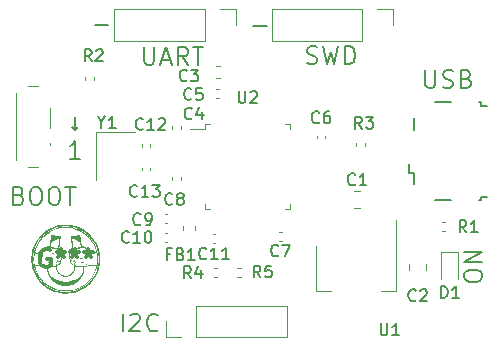
<source format=gbr>
%TF.GenerationSoftware,KiCad,Pcbnew,6.0.6-3a73a75311~116~ubuntu21.10.1*%
%TF.CreationDate,2022-07-26T12:25:36-07:00*%
%TF.ProjectId,SMT32Course,534d5433-3243-46f7-9572-73652e6b6963,0.1*%
%TF.SameCoordinates,Original*%
%TF.FileFunction,Legend,Top*%
%TF.FilePolarity,Positive*%
%FSLAX46Y46*%
G04 Gerber Fmt 4.6, Leading zero omitted, Abs format (unit mm)*
G04 Created by KiCad (PCBNEW 6.0.6-3a73a75311~116~ubuntu21.10.1) date 2022-07-26 12:25:36*
%MOMM*%
%LPD*%
G01*
G04 APERTURE LIST*
%ADD10C,0.200000*%
%ADD11C,0.300000*%
%ADD12C,0.150000*%
%ADD13C,0.120000*%
G04 APERTURE END LIST*
D10*
X124303571Y-68878571D02*
X124303571Y-68592857D01*
X124375000Y-68450000D01*
X124517857Y-68307142D01*
X124803571Y-68235714D01*
X125303571Y-68235714D01*
X125589285Y-68307142D01*
X125732142Y-68450000D01*
X125803571Y-68592857D01*
X125803571Y-68878571D01*
X125732142Y-69021428D01*
X125589285Y-69164285D01*
X125303571Y-69235714D01*
X124803571Y-69235714D01*
X124517857Y-69164285D01*
X124375000Y-69021428D01*
X124303571Y-68878571D01*
X125803571Y-67592857D02*
X124303571Y-67592857D01*
X125803571Y-66735714D01*
X124303571Y-66735714D01*
X120982142Y-51353571D02*
X120982142Y-52567857D01*
X121053571Y-52710714D01*
X121125000Y-52782142D01*
X121267857Y-52853571D01*
X121553571Y-52853571D01*
X121696428Y-52782142D01*
X121767857Y-52710714D01*
X121839285Y-52567857D01*
X121839285Y-51353571D01*
X122482142Y-52782142D02*
X122696428Y-52853571D01*
X123053571Y-52853571D01*
X123196428Y-52782142D01*
X123267857Y-52710714D01*
X123339285Y-52567857D01*
X123339285Y-52425000D01*
X123267857Y-52282142D01*
X123196428Y-52210714D01*
X123053571Y-52139285D01*
X122767857Y-52067857D01*
X122625000Y-51996428D01*
X122553571Y-51925000D01*
X122482142Y-51782142D01*
X122482142Y-51639285D01*
X122553571Y-51496428D01*
X122625000Y-51425000D01*
X122767857Y-51353571D01*
X123125000Y-51353571D01*
X123339285Y-51425000D01*
X124482142Y-52067857D02*
X124696428Y-52139285D01*
X124767857Y-52210714D01*
X124839285Y-52353571D01*
X124839285Y-52567857D01*
X124767857Y-52710714D01*
X124696428Y-52782142D01*
X124553571Y-52853571D01*
X123982142Y-52853571D01*
X123982142Y-51353571D01*
X124482142Y-51353571D01*
X124625000Y-51425000D01*
X124696428Y-51496428D01*
X124767857Y-51639285D01*
X124767857Y-51782142D01*
X124696428Y-51925000D01*
X124625000Y-51996428D01*
X124482142Y-52067857D01*
X123982142Y-52067857D01*
X91325000Y-55278214D02*
X91325000Y-56421071D01*
X91610714Y-56135357D02*
X91325000Y-56421071D01*
X91039285Y-56135357D01*
X91753571Y-58836071D02*
X90896428Y-58836071D01*
X91325000Y-58836071D02*
X91325000Y-57336071D01*
X91182142Y-57550357D01*
X91039285Y-57693214D01*
X90896428Y-57764642D01*
X86589285Y-61942857D02*
X86803571Y-62014285D01*
X86875000Y-62085714D01*
X86946428Y-62228571D01*
X86946428Y-62442857D01*
X86875000Y-62585714D01*
X86803571Y-62657142D01*
X86660714Y-62728571D01*
X86089285Y-62728571D01*
X86089285Y-61228571D01*
X86589285Y-61228571D01*
X86732142Y-61300000D01*
X86803571Y-61371428D01*
X86875000Y-61514285D01*
X86875000Y-61657142D01*
X86803571Y-61800000D01*
X86732142Y-61871428D01*
X86589285Y-61942857D01*
X86089285Y-61942857D01*
X87875000Y-61228571D02*
X88160714Y-61228571D01*
X88303571Y-61300000D01*
X88446428Y-61442857D01*
X88517857Y-61728571D01*
X88517857Y-62228571D01*
X88446428Y-62514285D01*
X88303571Y-62657142D01*
X88160714Y-62728571D01*
X87875000Y-62728571D01*
X87732142Y-62657142D01*
X87589285Y-62514285D01*
X87517857Y-62228571D01*
X87517857Y-61728571D01*
X87589285Y-61442857D01*
X87732142Y-61300000D01*
X87875000Y-61228571D01*
X89446428Y-61228571D02*
X89732142Y-61228571D01*
X89875000Y-61300000D01*
X90017857Y-61442857D01*
X90089285Y-61728571D01*
X90089285Y-62228571D01*
X90017857Y-62514285D01*
X89875000Y-62657142D01*
X89732142Y-62728571D01*
X89446428Y-62728571D01*
X89303571Y-62657142D01*
X89160714Y-62514285D01*
X89089285Y-62228571D01*
X89089285Y-61728571D01*
X89160714Y-61442857D01*
X89303571Y-61300000D01*
X89446428Y-61228571D01*
X90517857Y-61228571D02*
X91375000Y-61228571D01*
X90946428Y-62728571D02*
X90946428Y-61228571D01*
X106428571Y-47557142D02*
X107571428Y-47557142D01*
X95360714Y-73453571D02*
X95360714Y-71953571D01*
X96003571Y-72096428D02*
X96075000Y-72025000D01*
X96217857Y-71953571D01*
X96575000Y-71953571D01*
X96717857Y-72025000D01*
X96789285Y-72096428D01*
X96860714Y-72239285D01*
X96860714Y-72382142D01*
X96789285Y-72596428D01*
X95932142Y-73453571D01*
X96860714Y-73453571D01*
X98360714Y-73310714D02*
X98289285Y-73382142D01*
X98075000Y-73453571D01*
X97932142Y-73453571D01*
X97717857Y-73382142D01*
X97575000Y-73239285D01*
X97503571Y-73096428D01*
X97432142Y-72810714D01*
X97432142Y-72596428D01*
X97503571Y-72310714D01*
X97575000Y-72167857D01*
X97717857Y-72025000D01*
X97932142Y-71953571D01*
X98075000Y-71953571D01*
X98289285Y-72025000D01*
X98360714Y-72096428D01*
X97182142Y-49378571D02*
X97182142Y-50592857D01*
X97253571Y-50735714D01*
X97325000Y-50807142D01*
X97467857Y-50878571D01*
X97753571Y-50878571D01*
X97896428Y-50807142D01*
X97967857Y-50735714D01*
X98039285Y-50592857D01*
X98039285Y-49378571D01*
X98682142Y-50450000D02*
X99396428Y-50450000D01*
X98539285Y-50878571D02*
X99039285Y-49378571D01*
X99539285Y-50878571D01*
X100896428Y-50878571D02*
X100396428Y-50164285D01*
X100039285Y-50878571D02*
X100039285Y-49378571D01*
X100610714Y-49378571D01*
X100753571Y-49450000D01*
X100825000Y-49521428D01*
X100896428Y-49664285D01*
X100896428Y-49878571D01*
X100825000Y-50021428D01*
X100753571Y-50092857D01*
X100610714Y-50164285D01*
X100039285Y-50164285D01*
X101325000Y-49378571D02*
X102182142Y-49378571D01*
X101753571Y-50878571D02*
X101753571Y-49378571D01*
X93003571Y-47507142D02*
X94146428Y-47507142D01*
X110989285Y-50757142D02*
X111203571Y-50828571D01*
X111560714Y-50828571D01*
X111703571Y-50757142D01*
X111775000Y-50685714D01*
X111846428Y-50542857D01*
X111846428Y-50400000D01*
X111775000Y-50257142D01*
X111703571Y-50185714D01*
X111560714Y-50114285D01*
X111275000Y-50042857D01*
X111132142Y-49971428D01*
X111060714Y-49900000D01*
X110989285Y-49757142D01*
X110989285Y-49614285D01*
X111060714Y-49471428D01*
X111132142Y-49400000D01*
X111275000Y-49328571D01*
X111632142Y-49328571D01*
X111846428Y-49400000D01*
X112346428Y-49328571D02*
X112703571Y-50828571D01*
X112989285Y-49757142D01*
X113275000Y-50828571D01*
X113632142Y-49328571D01*
X114203571Y-50828571D02*
X114203571Y-49328571D01*
X114560714Y-49328571D01*
X114775000Y-49400000D01*
X114917857Y-49542857D01*
X114989285Y-49685714D01*
X115060714Y-49971428D01*
X115060714Y-50185714D01*
X114989285Y-50471428D01*
X114917857Y-50614285D01*
X114775000Y-50757142D01*
X114560714Y-50828571D01*
X114203571Y-50828571D01*
D11*
%TO.C,G\u002A\u002A\u002A*%
X89207428Y-66563000D02*
X89062285Y-66490428D01*
X88844571Y-66490428D01*
X88626857Y-66563000D01*
X88481714Y-66708142D01*
X88409142Y-66853285D01*
X88336571Y-67143571D01*
X88336571Y-67361285D01*
X88409142Y-67651571D01*
X88481714Y-67796714D01*
X88626857Y-67941857D01*
X88844571Y-68014428D01*
X88989714Y-68014428D01*
X89207428Y-67941857D01*
X89280000Y-67869285D01*
X89280000Y-67361285D01*
X88989714Y-67361285D01*
X90150857Y-66490428D02*
X90150857Y-66853285D01*
X89788000Y-66708142D02*
X90150857Y-66853285D01*
X90513714Y-66708142D01*
X89933142Y-67143571D02*
X90150857Y-66853285D01*
X90368571Y-67143571D01*
X91312000Y-66490428D02*
X91312000Y-66853285D01*
X90949142Y-66708142D02*
X91312000Y-66853285D01*
X91674857Y-66708142D01*
X91094285Y-67143571D02*
X91312000Y-66853285D01*
X91529714Y-67143571D01*
X92473142Y-66490428D02*
X92473142Y-66853285D01*
X92110285Y-66708142D02*
X92473142Y-66853285D01*
X92836000Y-66708142D01*
X92255428Y-67143571D02*
X92473142Y-66853285D01*
X92690857Y-67143571D01*
D12*
%TO.C,Y1*%
X93573809Y-55751190D02*
X93573809Y-56227380D01*
X93240476Y-55227380D02*
X93573809Y-55751190D01*
X93907142Y-55227380D01*
X94764285Y-56227380D02*
X94192857Y-56227380D01*
X94478571Y-56227380D02*
X94478571Y-55227380D01*
X94383333Y-55370238D01*
X94288095Y-55465476D01*
X94192857Y-55513095D01*
%TO.C,U2*%
X105183095Y-53102380D02*
X105183095Y-53911904D01*
X105230714Y-54007142D01*
X105278333Y-54054761D01*
X105373571Y-54102380D01*
X105564047Y-54102380D01*
X105659285Y-54054761D01*
X105706904Y-54007142D01*
X105754523Y-53911904D01*
X105754523Y-53102380D01*
X106183095Y-53197619D02*
X106230714Y-53150000D01*
X106325952Y-53102380D01*
X106564047Y-53102380D01*
X106659285Y-53150000D01*
X106706904Y-53197619D01*
X106754523Y-53292857D01*
X106754523Y-53388095D01*
X106706904Y-53530952D01*
X106135476Y-54102380D01*
X106754523Y-54102380D01*
%TO.C,U1*%
X117213095Y-72777380D02*
X117213095Y-73586904D01*
X117260714Y-73682142D01*
X117308333Y-73729761D01*
X117403571Y-73777380D01*
X117594047Y-73777380D01*
X117689285Y-73729761D01*
X117736904Y-73682142D01*
X117784523Y-73586904D01*
X117784523Y-72777380D01*
X118784523Y-73777380D02*
X118213095Y-73777380D01*
X118498809Y-73777380D02*
X118498809Y-72777380D01*
X118403571Y-72920238D01*
X118308333Y-73015476D01*
X118213095Y-73063095D01*
%TO.C,R5*%
X107033333Y-68877380D02*
X106700000Y-68401190D01*
X106461904Y-68877380D02*
X106461904Y-67877380D01*
X106842857Y-67877380D01*
X106938095Y-67925000D01*
X106985714Y-67972619D01*
X107033333Y-68067857D01*
X107033333Y-68210714D01*
X106985714Y-68305952D01*
X106938095Y-68353571D01*
X106842857Y-68401190D01*
X106461904Y-68401190D01*
X107938095Y-67877380D02*
X107461904Y-67877380D01*
X107414285Y-68353571D01*
X107461904Y-68305952D01*
X107557142Y-68258333D01*
X107795238Y-68258333D01*
X107890476Y-68305952D01*
X107938095Y-68353571D01*
X107985714Y-68448809D01*
X107985714Y-68686904D01*
X107938095Y-68782142D01*
X107890476Y-68829761D01*
X107795238Y-68877380D01*
X107557142Y-68877380D01*
X107461904Y-68829761D01*
X107414285Y-68782142D01*
%TO.C,R4*%
X101133333Y-68952380D02*
X100800000Y-68476190D01*
X100561904Y-68952380D02*
X100561904Y-67952380D01*
X100942857Y-67952380D01*
X101038095Y-68000000D01*
X101085714Y-68047619D01*
X101133333Y-68142857D01*
X101133333Y-68285714D01*
X101085714Y-68380952D01*
X101038095Y-68428571D01*
X100942857Y-68476190D01*
X100561904Y-68476190D01*
X101990476Y-68285714D02*
X101990476Y-68952380D01*
X101752380Y-67904761D02*
X101514285Y-68619047D01*
X102133333Y-68619047D01*
%TO.C,R3*%
X115633333Y-56277380D02*
X115300000Y-55801190D01*
X115061904Y-56277380D02*
X115061904Y-55277380D01*
X115442857Y-55277380D01*
X115538095Y-55325000D01*
X115585714Y-55372619D01*
X115633333Y-55467857D01*
X115633333Y-55610714D01*
X115585714Y-55705952D01*
X115538095Y-55753571D01*
X115442857Y-55801190D01*
X115061904Y-55801190D01*
X115966666Y-55277380D02*
X116585714Y-55277380D01*
X116252380Y-55658333D01*
X116395238Y-55658333D01*
X116490476Y-55705952D01*
X116538095Y-55753571D01*
X116585714Y-55848809D01*
X116585714Y-56086904D01*
X116538095Y-56182142D01*
X116490476Y-56229761D01*
X116395238Y-56277380D01*
X116109523Y-56277380D01*
X116014285Y-56229761D01*
X115966666Y-56182142D01*
%TO.C,R2*%
X92733333Y-50577380D02*
X92400000Y-50101190D01*
X92161904Y-50577380D02*
X92161904Y-49577380D01*
X92542857Y-49577380D01*
X92638095Y-49625000D01*
X92685714Y-49672619D01*
X92733333Y-49767857D01*
X92733333Y-49910714D01*
X92685714Y-50005952D01*
X92638095Y-50053571D01*
X92542857Y-50101190D01*
X92161904Y-50101190D01*
X93114285Y-49672619D02*
X93161904Y-49625000D01*
X93257142Y-49577380D01*
X93495238Y-49577380D01*
X93590476Y-49625000D01*
X93638095Y-49672619D01*
X93685714Y-49767857D01*
X93685714Y-49863095D01*
X93638095Y-50005952D01*
X93066666Y-50577380D01*
X93685714Y-50577380D01*
%TO.C,R1*%
X124458333Y-65052380D02*
X124125000Y-64576190D01*
X123886904Y-65052380D02*
X123886904Y-64052380D01*
X124267857Y-64052380D01*
X124363095Y-64100000D01*
X124410714Y-64147619D01*
X124458333Y-64242857D01*
X124458333Y-64385714D01*
X124410714Y-64480952D01*
X124363095Y-64528571D01*
X124267857Y-64576190D01*
X123886904Y-64576190D01*
X125410714Y-65052380D02*
X124839285Y-65052380D01*
X125125000Y-65052380D02*
X125125000Y-64052380D01*
X125029761Y-64195238D01*
X124934523Y-64290476D01*
X124839285Y-64338095D01*
%TO.C,FB1*%
X99416666Y-66903571D02*
X99083333Y-66903571D01*
X99083333Y-67427380D02*
X99083333Y-66427380D01*
X99559523Y-66427380D01*
X100273809Y-66903571D02*
X100416666Y-66951190D01*
X100464285Y-66998809D01*
X100511904Y-67094047D01*
X100511904Y-67236904D01*
X100464285Y-67332142D01*
X100416666Y-67379761D01*
X100321428Y-67427380D01*
X99940476Y-67427380D01*
X99940476Y-66427380D01*
X100273809Y-66427380D01*
X100369047Y-66475000D01*
X100416666Y-66522619D01*
X100464285Y-66617857D01*
X100464285Y-66713095D01*
X100416666Y-66808333D01*
X100369047Y-66855952D01*
X100273809Y-66903571D01*
X99940476Y-66903571D01*
X101464285Y-67427380D02*
X100892857Y-67427380D01*
X101178571Y-67427380D02*
X101178571Y-66427380D01*
X101083333Y-66570238D01*
X100988095Y-66665476D01*
X100892857Y-66713095D01*
%TO.C,D1*%
X122311904Y-70627380D02*
X122311904Y-69627380D01*
X122550000Y-69627380D01*
X122692857Y-69675000D01*
X122788095Y-69770238D01*
X122835714Y-69865476D01*
X122883333Y-70055952D01*
X122883333Y-70198809D01*
X122835714Y-70389285D01*
X122788095Y-70484523D01*
X122692857Y-70579761D01*
X122550000Y-70627380D01*
X122311904Y-70627380D01*
X123835714Y-70627380D02*
X123264285Y-70627380D01*
X123550000Y-70627380D02*
X123550000Y-69627380D01*
X123454761Y-69770238D01*
X123359523Y-69865476D01*
X123264285Y-69913095D01*
%TO.C,C13*%
X96602142Y-61957142D02*
X96554523Y-62004761D01*
X96411666Y-62052380D01*
X96316428Y-62052380D01*
X96173571Y-62004761D01*
X96078333Y-61909523D01*
X96030714Y-61814285D01*
X95983095Y-61623809D01*
X95983095Y-61480952D01*
X96030714Y-61290476D01*
X96078333Y-61195238D01*
X96173571Y-61100000D01*
X96316428Y-61052380D01*
X96411666Y-61052380D01*
X96554523Y-61100000D01*
X96602142Y-61147619D01*
X97554523Y-62052380D02*
X96983095Y-62052380D01*
X97268809Y-62052380D02*
X97268809Y-61052380D01*
X97173571Y-61195238D01*
X97078333Y-61290476D01*
X96983095Y-61338095D01*
X97887857Y-61052380D02*
X98506904Y-61052380D01*
X98173571Y-61433333D01*
X98316428Y-61433333D01*
X98411666Y-61480952D01*
X98459285Y-61528571D01*
X98506904Y-61623809D01*
X98506904Y-61861904D01*
X98459285Y-61957142D01*
X98411666Y-62004761D01*
X98316428Y-62052380D01*
X98030714Y-62052380D01*
X97935476Y-62004761D01*
X97887857Y-61957142D01*
%TO.C,C12*%
X97082142Y-56307142D02*
X97034523Y-56354761D01*
X96891666Y-56402380D01*
X96796428Y-56402380D01*
X96653571Y-56354761D01*
X96558333Y-56259523D01*
X96510714Y-56164285D01*
X96463095Y-55973809D01*
X96463095Y-55830952D01*
X96510714Y-55640476D01*
X96558333Y-55545238D01*
X96653571Y-55450000D01*
X96796428Y-55402380D01*
X96891666Y-55402380D01*
X97034523Y-55450000D01*
X97082142Y-55497619D01*
X98034523Y-56402380D02*
X97463095Y-56402380D01*
X97748809Y-56402380D02*
X97748809Y-55402380D01*
X97653571Y-55545238D01*
X97558333Y-55640476D01*
X97463095Y-55688095D01*
X98415476Y-55497619D02*
X98463095Y-55450000D01*
X98558333Y-55402380D01*
X98796428Y-55402380D01*
X98891666Y-55450000D01*
X98939285Y-55497619D01*
X98986904Y-55592857D01*
X98986904Y-55688095D01*
X98939285Y-55830952D01*
X98367857Y-56402380D01*
X98986904Y-56402380D01*
%TO.C,C11*%
X102457142Y-67257142D02*
X102409523Y-67304761D01*
X102266666Y-67352380D01*
X102171428Y-67352380D01*
X102028571Y-67304761D01*
X101933333Y-67209523D01*
X101885714Y-67114285D01*
X101838095Y-66923809D01*
X101838095Y-66780952D01*
X101885714Y-66590476D01*
X101933333Y-66495238D01*
X102028571Y-66400000D01*
X102171428Y-66352380D01*
X102266666Y-66352380D01*
X102409523Y-66400000D01*
X102457142Y-66447619D01*
X103409523Y-67352380D02*
X102838095Y-67352380D01*
X103123809Y-67352380D02*
X103123809Y-66352380D01*
X103028571Y-66495238D01*
X102933333Y-66590476D01*
X102838095Y-66638095D01*
X104361904Y-67352380D02*
X103790476Y-67352380D01*
X104076190Y-67352380D02*
X104076190Y-66352380D01*
X103980952Y-66495238D01*
X103885714Y-66590476D01*
X103790476Y-66638095D01*
%TO.C,C10*%
X95902142Y-65857142D02*
X95854523Y-65904761D01*
X95711666Y-65952380D01*
X95616428Y-65952380D01*
X95473571Y-65904761D01*
X95378333Y-65809523D01*
X95330714Y-65714285D01*
X95283095Y-65523809D01*
X95283095Y-65380952D01*
X95330714Y-65190476D01*
X95378333Y-65095238D01*
X95473571Y-65000000D01*
X95616428Y-64952380D01*
X95711666Y-64952380D01*
X95854523Y-65000000D01*
X95902142Y-65047619D01*
X96854523Y-65952380D02*
X96283095Y-65952380D01*
X96568809Y-65952380D02*
X96568809Y-64952380D01*
X96473571Y-65095238D01*
X96378333Y-65190476D01*
X96283095Y-65238095D01*
X97473571Y-64952380D02*
X97568809Y-64952380D01*
X97664047Y-65000000D01*
X97711666Y-65047619D01*
X97759285Y-65142857D01*
X97806904Y-65333333D01*
X97806904Y-65571428D01*
X97759285Y-65761904D01*
X97711666Y-65857142D01*
X97664047Y-65904761D01*
X97568809Y-65952380D01*
X97473571Y-65952380D01*
X97378333Y-65904761D01*
X97330714Y-65857142D01*
X97283095Y-65761904D01*
X97235476Y-65571428D01*
X97235476Y-65333333D01*
X97283095Y-65142857D01*
X97330714Y-65047619D01*
X97378333Y-65000000D01*
X97473571Y-64952380D01*
%TO.C,C9*%
X96878333Y-64357142D02*
X96830714Y-64404761D01*
X96687857Y-64452380D01*
X96592619Y-64452380D01*
X96449761Y-64404761D01*
X96354523Y-64309523D01*
X96306904Y-64214285D01*
X96259285Y-64023809D01*
X96259285Y-63880952D01*
X96306904Y-63690476D01*
X96354523Y-63595238D01*
X96449761Y-63500000D01*
X96592619Y-63452380D01*
X96687857Y-63452380D01*
X96830714Y-63500000D01*
X96878333Y-63547619D01*
X97354523Y-64452380D02*
X97545000Y-64452380D01*
X97640238Y-64404761D01*
X97687857Y-64357142D01*
X97783095Y-64214285D01*
X97830714Y-64023809D01*
X97830714Y-63642857D01*
X97783095Y-63547619D01*
X97735476Y-63500000D01*
X97640238Y-63452380D01*
X97449761Y-63452380D01*
X97354523Y-63500000D01*
X97306904Y-63547619D01*
X97259285Y-63642857D01*
X97259285Y-63880952D01*
X97306904Y-63976190D01*
X97354523Y-64023809D01*
X97449761Y-64071428D01*
X97640238Y-64071428D01*
X97735476Y-64023809D01*
X97783095Y-63976190D01*
X97830714Y-63880952D01*
%TO.C,C8*%
X99578333Y-62657142D02*
X99530714Y-62704761D01*
X99387857Y-62752380D01*
X99292619Y-62752380D01*
X99149761Y-62704761D01*
X99054523Y-62609523D01*
X99006904Y-62514285D01*
X98959285Y-62323809D01*
X98959285Y-62180952D01*
X99006904Y-61990476D01*
X99054523Y-61895238D01*
X99149761Y-61800000D01*
X99292619Y-61752380D01*
X99387857Y-61752380D01*
X99530714Y-61800000D01*
X99578333Y-61847619D01*
X100149761Y-62180952D02*
X100054523Y-62133333D01*
X100006904Y-62085714D01*
X99959285Y-61990476D01*
X99959285Y-61942857D01*
X100006904Y-61847619D01*
X100054523Y-61800000D01*
X100149761Y-61752380D01*
X100340238Y-61752380D01*
X100435476Y-61800000D01*
X100483095Y-61847619D01*
X100530714Y-61942857D01*
X100530714Y-61990476D01*
X100483095Y-62085714D01*
X100435476Y-62133333D01*
X100340238Y-62180952D01*
X100149761Y-62180952D01*
X100054523Y-62228571D01*
X100006904Y-62276190D01*
X99959285Y-62371428D01*
X99959285Y-62561904D01*
X100006904Y-62657142D01*
X100054523Y-62704761D01*
X100149761Y-62752380D01*
X100340238Y-62752380D01*
X100435476Y-62704761D01*
X100483095Y-62657142D01*
X100530714Y-62561904D01*
X100530714Y-62371428D01*
X100483095Y-62276190D01*
X100435476Y-62228571D01*
X100340238Y-62180952D01*
%TO.C,C7*%
X108558333Y-67007142D02*
X108510714Y-67054761D01*
X108367857Y-67102380D01*
X108272619Y-67102380D01*
X108129761Y-67054761D01*
X108034523Y-66959523D01*
X107986904Y-66864285D01*
X107939285Y-66673809D01*
X107939285Y-66530952D01*
X107986904Y-66340476D01*
X108034523Y-66245238D01*
X108129761Y-66150000D01*
X108272619Y-66102380D01*
X108367857Y-66102380D01*
X108510714Y-66150000D01*
X108558333Y-66197619D01*
X108891666Y-66102380D02*
X109558333Y-66102380D01*
X109129761Y-67102380D01*
%TO.C,C6*%
X112008333Y-55732142D02*
X111960714Y-55779761D01*
X111817857Y-55827380D01*
X111722619Y-55827380D01*
X111579761Y-55779761D01*
X111484523Y-55684523D01*
X111436904Y-55589285D01*
X111389285Y-55398809D01*
X111389285Y-55255952D01*
X111436904Y-55065476D01*
X111484523Y-54970238D01*
X111579761Y-54875000D01*
X111722619Y-54827380D01*
X111817857Y-54827380D01*
X111960714Y-54875000D01*
X112008333Y-54922619D01*
X112865476Y-54827380D02*
X112675000Y-54827380D01*
X112579761Y-54875000D01*
X112532142Y-54922619D01*
X112436904Y-55065476D01*
X112389285Y-55255952D01*
X112389285Y-55636904D01*
X112436904Y-55732142D01*
X112484523Y-55779761D01*
X112579761Y-55827380D01*
X112770238Y-55827380D01*
X112865476Y-55779761D01*
X112913095Y-55732142D01*
X112960714Y-55636904D01*
X112960714Y-55398809D01*
X112913095Y-55303571D01*
X112865476Y-55255952D01*
X112770238Y-55208333D01*
X112579761Y-55208333D01*
X112484523Y-55255952D01*
X112436904Y-55303571D01*
X112389285Y-55398809D01*
%TO.C,C5*%
X101178333Y-53757142D02*
X101130714Y-53804761D01*
X100987857Y-53852380D01*
X100892619Y-53852380D01*
X100749761Y-53804761D01*
X100654523Y-53709523D01*
X100606904Y-53614285D01*
X100559285Y-53423809D01*
X100559285Y-53280952D01*
X100606904Y-53090476D01*
X100654523Y-52995238D01*
X100749761Y-52900000D01*
X100892619Y-52852380D01*
X100987857Y-52852380D01*
X101130714Y-52900000D01*
X101178333Y-52947619D01*
X102083095Y-52852380D02*
X101606904Y-52852380D01*
X101559285Y-53328571D01*
X101606904Y-53280952D01*
X101702142Y-53233333D01*
X101940238Y-53233333D01*
X102035476Y-53280952D01*
X102083095Y-53328571D01*
X102130714Y-53423809D01*
X102130714Y-53661904D01*
X102083095Y-53757142D01*
X102035476Y-53804761D01*
X101940238Y-53852380D01*
X101702142Y-53852380D01*
X101606904Y-53804761D01*
X101559285Y-53757142D01*
%TO.C,C4*%
X101233333Y-55407142D02*
X101185714Y-55454761D01*
X101042857Y-55502380D01*
X100947619Y-55502380D01*
X100804761Y-55454761D01*
X100709523Y-55359523D01*
X100661904Y-55264285D01*
X100614285Y-55073809D01*
X100614285Y-54930952D01*
X100661904Y-54740476D01*
X100709523Y-54645238D01*
X100804761Y-54550000D01*
X100947619Y-54502380D01*
X101042857Y-54502380D01*
X101185714Y-54550000D01*
X101233333Y-54597619D01*
X102090476Y-54835714D02*
X102090476Y-55502380D01*
X101852380Y-54454761D02*
X101614285Y-55169047D01*
X102233333Y-55169047D01*
%TO.C,C3*%
X100808333Y-52182142D02*
X100760714Y-52229761D01*
X100617857Y-52277380D01*
X100522619Y-52277380D01*
X100379761Y-52229761D01*
X100284523Y-52134523D01*
X100236904Y-52039285D01*
X100189285Y-51848809D01*
X100189285Y-51705952D01*
X100236904Y-51515476D01*
X100284523Y-51420238D01*
X100379761Y-51325000D01*
X100522619Y-51277380D01*
X100617857Y-51277380D01*
X100760714Y-51325000D01*
X100808333Y-51372619D01*
X101141666Y-51277380D02*
X101760714Y-51277380D01*
X101427380Y-51658333D01*
X101570238Y-51658333D01*
X101665476Y-51705952D01*
X101713095Y-51753571D01*
X101760714Y-51848809D01*
X101760714Y-52086904D01*
X101713095Y-52182142D01*
X101665476Y-52229761D01*
X101570238Y-52277380D01*
X101284523Y-52277380D01*
X101189285Y-52229761D01*
X101141666Y-52182142D01*
%TO.C,C2*%
X120183333Y-70807142D02*
X120135714Y-70854761D01*
X119992857Y-70902380D01*
X119897619Y-70902380D01*
X119754761Y-70854761D01*
X119659523Y-70759523D01*
X119611904Y-70664285D01*
X119564285Y-70473809D01*
X119564285Y-70330952D01*
X119611904Y-70140476D01*
X119659523Y-70045238D01*
X119754761Y-69950000D01*
X119897619Y-69902380D01*
X119992857Y-69902380D01*
X120135714Y-69950000D01*
X120183333Y-69997619D01*
X120564285Y-69997619D02*
X120611904Y-69950000D01*
X120707142Y-69902380D01*
X120945238Y-69902380D01*
X121040476Y-69950000D01*
X121088095Y-69997619D01*
X121135714Y-70092857D01*
X121135714Y-70188095D01*
X121088095Y-70330952D01*
X120516666Y-70902380D01*
X121135714Y-70902380D01*
%TO.C,C1*%
X115058333Y-60977142D02*
X115010714Y-61024761D01*
X114867857Y-61072380D01*
X114772619Y-61072380D01*
X114629761Y-61024761D01*
X114534523Y-60929523D01*
X114486904Y-60834285D01*
X114439285Y-60643809D01*
X114439285Y-60500952D01*
X114486904Y-60310476D01*
X114534523Y-60215238D01*
X114629761Y-60120000D01*
X114772619Y-60072380D01*
X114867857Y-60072380D01*
X115010714Y-60120000D01*
X115058333Y-60167619D01*
X116010714Y-61072380D02*
X115439285Y-61072380D01*
X115725000Y-61072380D02*
X115725000Y-60072380D01*
X115629761Y-60215238D01*
X115534523Y-60310476D01*
X115439285Y-60358095D01*
%TO.C,G\u002A\u002A\u002A*%
G36*
X87637464Y-67212314D02*
G01*
X87640127Y-67137649D01*
X87644124Y-67070949D01*
X87649452Y-67015402D01*
X87649463Y-67015316D01*
X87682078Y-66804453D01*
X87727348Y-66600472D01*
X87785285Y-66403343D01*
X87855903Y-66213036D01*
X87939216Y-66029520D01*
X88035237Y-65852765D01*
X88143979Y-65682741D01*
X88265456Y-65519418D01*
X88367837Y-65398029D01*
X88510605Y-65248060D01*
X88661711Y-65109757D01*
X88820774Y-64983312D01*
X88987417Y-64868918D01*
X89161259Y-64766770D01*
X89341923Y-64677060D01*
X89529029Y-64599983D01*
X89722198Y-64535730D01*
X89921051Y-64484496D01*
X90125209Y-64446474D01*
X90269058Y-64428034D01*
X90312953Y-64424542D01*
X90368173Y-64421881D01*
X90431657Y-64420051D01*
X90500346Y-64419053D01*
X90571182Y-64418885D01*
X90641105Y-64419549D01*
X90707056Y-64421043D01*
X90765975Y-64423369D01*
X90814803Y-64426526D01*
X90830941Y-64428034D01*
X91039271Y-64456860D01*
X91242151Y-64498963D01*
X91439361Y-64554239D01*
X91630681Y-64622587D01*
X91815894Y-64703906D01*
X91994779Y-64798093D01*
X92167117Y-64905047D01*
X92332689Y-65024665D01*
X92491276Y-65156846D01*
X92583611Y-65242749D01*
X92725213Y-65389835D01*
X92855233Y-65545332D01*
X92973455Y-65708798D01*
X93079663Y-65879793D01*
X93173643Y-66057877D01*
X93255181Y-66242608D01*
X93324060Y-66433546D01*
X93380066Y-66630251D01*
X93422983Y-66832282D01*
X93450305Y-67018846D01*
X93455031Y-67070441D01*
X93458739Y-67132943D01*
X93461408Y-67203206D01*
X93463017Y-67278085D01*
X93463544Y-67354437D01*
X93462969Y-67429115D01*
X93461271Y-67498975D01*
X93458429Y-67560873D01*
X93454422Y-67611663D01*
X93454267Y-67613145D01*
X93425230Y-67821273D01*
X93382905Y-68024187D01*
X93327438Y-68221573D01*
X93258972Y-68413116D01*
X93177654Y-68598503D01*
X93083627Y-68777418D01*
X92977037Y-68949548D01*
X92858029Y-69114579D01*
X92726748Y-69272196D01*
X92652021Y-69352849D01*
X92504005Y-69496733D01*
X92348098Y-69628616D01*
X92184595Y-69748353D01*
X92013793Y-69855796D01*
X91835989Y-69950800D01*
X91651480Y-70033219D01*
X91460562Y-70102904D01*
X91263532Y-70159712D01*
X91060687Y-70203494D01*
X90870561Y-70231980D01*
X90836023Y-70235213D01*
X90790042Y-70238218D01*
X90735582Y-70240917D01*
X90675606Y-70243230D01*
X90613077Y-70245079D01*
X90550959Y-70246385D01*
X90492216Y-70247069D01*
X90439810Y-70247053D01*
X90396707Y-70246258D01*
X90373511Y-70245186D01*
X90169801Y-70224824D01*
X89969540Y-70190802D01*
X89773337Y-70143471D01*
X89581799Y-70083184D01*
X89395535Y-70010290D01*
X89215152Y-69925142D01*
X89041259Y-69828091D01*
X88874463Y-69719487D01*
X88715373Y-69599683D01*
X88564597Y-69469029D01*
X88422743Y-69327877D01*
X88290418Y-69176578D01*
X88168232Y-69015484D01*
X88118251Y-68942215D01*
X88013902Y-68772791D01*
X87922702Y-68600341D01*
X87844256Y-68423780D01*
X87778172Y-68242026D01*
X87724057Y-68053993D01*
X87681518Y-67858600D01*
X87650163Y-67654760D01*
X87649463Y-67649092D01*
X87644132Y-67593567D01*
X87640133Y-67526884D01*
X87637467Y-67452230D01*
X87636134Y-67372792D01*
X87636133Y-67344354D01*
X87772324Y-67344354D01*
X87773097Y-67422825D01*
X87775052Y-67497878D01*
X87778190Y-67566551D01*
X87782511Y-67625883D01*
X87786200Y-67659969D01*
X87819384Y-67863668D01*
X87865551Y-68061342D01*
X87924599Y-68252782D01*
X87996427Y-68437778D01*
X88080933Y-68616122D01*
X88178016Y-68787604D01*
X88287573Y-68952016D01*
X88409504Y-69109149D01*
X88543707Y-69258794D01*
X88583174Y-69299029D01*
X88728693Y-69434579D01*
X88882612Y-69558831D01*
X89044222Y-69671443D01*
X89212814Y-69772068D01*
X89387678Y-69860362D01*
X89568106Y-69935980D01*
X89753388Y-69998578D01*
X89942815Y-70047811D01*
X90135678Y-70083333D01*
X90218633Y-70094208D01*
X90260595Y-70099017D01*
X90295400Y-70102813D01*
X90325547Y-70105697D01*
X90353531Y-70107767D01*
X90381849Y-70109121D01*
X90413000Y-70109860D01*
X90449479Y-70110082D01*
X90493784Y-70109887D01*
X90548413Y-70109372D01*
X90589620Y-70108925D01*
X90663205Y-70107832D01*
X90725036Y-70106222D01*
X90777762Y-70103951D01*
X90824030Y-70100879D01*
X90866489Y-70096864D01*
X90906579Y-70091927D01*
X91108188Y-70057482D01*
X91304265Y-70009848D01*
X91494500Y-69949182D01*
X91678578Y-69875637D01*
X91856188Y-69789368D01*
X92027018Y-69690530D01*
X92190754Y-69579278D01*
X92347086Y-69455768D01*
X92495700Y-69320152D01*
X92527396Y-69288639D01*
X92662057Y-69142561D01*
X92785580Y-68987708D01*
X92897564Y-68824827D01*
X92997609Y-68654663D01*
X93085312Y-68477964D01*
X93160272Y-68295475D01*
X93222088Y-68107942D01*
X93270357Y-67916113D01*
X93273347Y-67901926D01*
X93303598Y-67725698D01*
X93322627Y-67543757D01*
X93330341Y-67359319D01*
X93326647Y-67175602D01*
X93311452Y-66995821D01*
X93301662Y-66922553D01*
X93265607Y-66728123D01*
X93216364Y-66538591D01*
X93154423Y-66354474D01*
X93080277Y-66176287D01*
X92994418Y-66004545D01*
X92897339Y-65839765D01*
X92789530Y-65682462D01*
X92671485Y-65533152D01*
X92543695Y-65392351D01*
X92406652Y-65260574D01*
X92260849Y-65138336D01*
X92106777Y-65026155D01*
X91944928Y-64924545D01*
X91775795Y-64834022D01*
X91599870Y-64755101D01*
X91417644Y-64688300D01*
X91229609Y-64634132D01*
X91088281Y-64602732D01*
X91018774Y-64589643D01*
X90956788Y-64579134D01*
X90899309Y-64570940D01*
X90843324Y-64564796D01*
X90785821Y-64560437D01*
X90723785Y-64557598D01*
X90654204Y-64556013D01*
X90574064Y-64555419D01*
X90550000Y-64555394D01*
X90466567Y-64555762D01*
X90394505Y-64557044D01*
X90330795Y-64559506D01*
X90272415Y-64563416D01*
X90216345Y-64569040D01*
X90159563Y-64576644D01*
X90099049Y-64586496D01*
X90031782Y-64598862D01*
X90010026Y-64603064D01*
X89818551Y-64647659D01*
X89630954Y-64705911D01*
X89448005Y-64777409D01*
X89270472Y-64861743D01*
X89099125Y-64958503D01*
X88934731Y-65067277D01*
X88778060Y-65187657D01*
X88629880Y-65319230D01*
X88582903Y-65365107D01*
X88445805Y-65512192D01*
X88320745Y-65667114D01*
X88207862Y-65829582D01*
X88107299Y-65999307D01*
X88019196Y-66175997D01*
X87943695Y-66359364D01*
X87880937Y-66549116D01*
X87831062Y-66744963D01*
X87794212Y-66946614D01*
X87786200Y-67004439D01*
X87781060Y-67055555D01*
X87777102Y-67118067D01*
X87774326Y-67189013D01*
X87772734Y-67265430D01*
X87772324Y-67344354D01*
X87636133Y-67344354D01*
X87636132Y-67291758D01*
X87637464Y-67212314D01*
G37*
G36*
X87826206Y-67607679D02*
G01*
X87814790Y-67413385D01*
X87814871Y-67295368D01*
X87879515Y-67295368D01*
X87880250Y-67403919D01*
X87885256Y-67513261D01*
X87894319Y-67617470D01*
X87900078Y-67664137D01*
X87908559Y-67725933D01*
X88190156Y-67724072D01*
X88254811Y-67723461D01*
X88316910Y-67722526D01*
X88374517Y-67721322D01*
X88425694Y-67719903D01*
X88468502Y-67718325D01*
X88501005Y-67716641D01*
X88521264Y-67714907D01*
X88522743Y-67714704D01*
X88560568Y-67711137D01*
X88598010Y-67712288D01*
X88638156Y-67718689D01*
X88684093Y-67730871D01*
X88738907Y-67749365D01*
X88751951Y-67754143D01*
X88792030Y-67768908D01*
X88825505Y-67780743D01*
X88854730Y-67790019D01*
X88882055Y-67797108D01*
X88909831Y-67802383D01*
X88940412Y-67806216D01*
X88976147Y-67808978D01*
X89019388Y-67811042D01*
X89072487Y-67812781D01*
X89132947Y-67814436D01*
X89187100Y-67816002D01*
X89236486Y-67817659D01*
X89279297Y-67819327D01*
X89313725Y-67820927D01*
X89337962Y-67822381D01*
X89350199Y-67823610D01*
X89351296Y-67823952D01*
X89346598Y-67826213D01*
X89329435Y-67828571D01*
X89301745Y-67830933D01*
X89265470Y-67833207D01*
X89222550Y-67835302D01*
X89174925Y-67837125D01*
X89124534Y-67838584D01*
X89073318Y-67839588D01*
X89023217Y-67840042D01*
X89012025Y-67840060D01*
X88867952Y-67840060D01*
X88759504Y-67802029D01*
X88705716Y-67783631D01*
X88662563Y-67770228D01*
X88627338Y-67761378D01*
X88597335Y-67756638D01*
X88569847Y-67755564D01*
X88542167Y-67757714D01*
X88514974Y-67762017D01*
X88492769Y-67765210D01*
X88463235Y-67767874D01*
X88425120Y-67770061D01*
X88377175Y-67771818D01*
X88318151Y-67773197D01*
X88246796Y-67774245D01*
X88192333Y-67774780D01*
X88131946Y-67775388D01*
X88076172Y-67776154D01*
X88026634Y-67777038D01*
X87984956Y-67778005D01*
X87952759Y-67779014D01*
X87931667Y-67780030D01*
X87923301Y-67781014D01*
X87923258Y-67781048D01*
X87921800Y-67789957D01*
X87922628Y-67808100D01*
X87924008Y-67820101D01*
X87928821Y-67855091D01*
X88189481Y-67853998D01*
X88261992Y-67853584D01*
X88321718Y-67852964D01*
X88370282Y-67852071D01*
X88409306Y-67850838D01*
X88440410Y-67849198D01*
X88465219Y-67847085D01*
X88485353Y-67844431D01*
X88502435Y-67841170D01*
X88502839Y-67841079D01*
X88537033Y-67834085D01*
X88564862Y-67830747D01*
X88590404Y-67831462D01*
X88617735Y-67836622D01*
X88650932Y-67846622D01*
X88685462Y-67858736D01*
X88759220Y-67883947D01*
X88823735Y-67902488D01*
X88882283Y-67914813D01*
X88938141Y-67921378D01*
X88994586Y-67922638D01*
X89054897Y-67919048D01*
X89091265Y-67915128D01*
X89112407Y-67913265D01*
X89145765Y-67911213D01*
X89189149Y-67909064D01*
X89240371Y-67906915D01*
X89297240Y-67904860D01*
X89357568Y-67902992D01*
X89397419Y-67901928D01*
X89468972Y-67900078D01*
X89527955Y-67898248D01*
X89576204Y-67896143D01*
X89615553Y-67893467D01*
X89647837Y-67889924D01*
X89674889Y-67885220D01*
X89698545Y-67879057D01*
X89720640Y-67871141D01*
X89743007Y-67861177D01*
X89767482Y-67848868D01*
X89785522Y-67839400D01*
X89854676Y-67800456D01*
X89913374Y-67761718D01*
X89965288Y-67720571D01*
X90006577Y-67681997D01*
X90043755Y-67642182D01*
X90070269Y-67606734D01*
X90087770Y-67572540D01*
X90097908Y-67536489D01*
X90101963Y-67502161D01*
X90105128Y-67452407D01*
X90080630Y-67467548D01*
X90025223Y-67498040D01*
X89963931Y-67525534D01*
X89903892Y-67546915D01*
X89888888Y-67551217D01*
X89840610Y-67567212D01*
X89799675Y-67586664D01*
X89787662Y-67594138D01*
X89767016Y-67606366D01*
X89742193Y-67618584D01*
X89716807Y-67629341D01*
X89694472Y-67637186D01*
X89678805Y-67640668D01*
X89673832Y-67639833D01*
X89678197Y-67634962D01*
X89691634Y-67623924D01*
X89711467Y-67608891D01*
X89716478Y-67605223D01*
X89755279Y-67573523D01*
X89781942Y-67542678D01*
X89798254Y-67509848D01*
X89806004Y-67472192D01*
X89806810Y-67461724D01*
X89805800Y-67414923D01*
X89798399Y-67374400D01*
X89787234Y-67335806D01*
X89801988Y-67353746D01*
X89820143Y-67380500D01*
X89837825Y-67414196D01*
X89851739Y-67448067D01*
X89857260Y-67467243D01*
X89862304Y-67484895D01*
X89869779Y-67492101D01*
X89883742Y-67492726D01*
X89883980Y-67492708D01*
X89898310Y-67488961D01*
X89922177Y-67479886D01*
X89952344Y-67466816D01*
X89985572Y-67451084D01*
X89987930Y-67449918D01*
X90050190Y-67415324D01*
X90099361Y-67379953D01*
X90135051Y-67344153D01*
X90156870Y-67308272D01*
X90161213Y-67295553D01*
X90164750Y-67273742D01*
X90165987Y-67246463D01*
X90165127Y-67218183D01*
X90162378Y-67193373D01*
X90157945Y-67176499D01*
X90155556Y-67172782D01*
X90145843Y-67170955D01*
X90127494Y-67172325D01*
X90117782Y-67173954D01*
X90087406Y-67177792D01*
X90050423Y-67179484D01*
X90012892Y-67179008D01*
X89980873Y-67176343D01*
X89970107Y-67174475D01*
X89960693Y-67171739D01*
X89960865Y-67169070D01*
X89972130Y-67165734D01*
X89995988Y-67161003D01*
X89998922Y-67160462D01*
X90030473Y-67153234D01*
X90068071Y-67142541D01*
X90104470Y-67130474D01*
X90110533Y-67128243D01*
X90171718Y-67105290D01*
X90188213Y-67065670D01*
X90197900Y-67038456D01*
X90201890Y-67013702D01*
X90201310Y-66983698D01*
X90200932Y-66978694D01*
X90197636Y-66949754D01*
X90192940Y-66923033D01*
X90188893Y-66907634D01*
X90183074Y-66893326D01*
X90175716Y-66887053D01*
X90162026Y-66886590D01*
X90147405Y-66888357D01*
X90128295Y-66890246D01*
X90098353Y-66892428D01*
X90061148Y-66894676D01*
X90020246Y-66896762D01*
X90004325Y-66897471D01*
X89966411Y-66899133D01*
X89934170Y-66900630D01*
X89910066Y-66901843D01*
X89896563Y-66902649D01*
X89894547Y-66902872D01*
X89896484Y-66909516D01*
X89901361Y-66925760D01*
X89905353Y-66938950D01*
X89913822Y-66974473D01*
X89914530Y-67004625D01*
X89906931Y-67035101D01*
X89893133Y-67066320D01*
X89880100Y-67088307D01*
X89861775Y-67113824D01*
X89840475Y-67140243D01*
X89818519Y-67164937D01*
X89798224Y-67185277D01*
X89781910Y-67198636D01*
X89772982Y-67202539D01*
X89772573Y-67196970D01*
X89778603Y-67182315D01*
X89789784Y-67161647D01*
X89790813Y-67159910D01*
X89805504Y-67132497D01*
X89820324Y-67100261D01*
X89833741Y-67067111D01*
X89844224Y-67036955D01*
X89850241Y-67013704D01*
X89851096Y-67006012D01*
X89848083Y-66986849D01*
X89839825Y-66959405D01*
X89827972Y-66928050D01*
X89814175Y-66897153D01*
X89800175Y-66871232D01*
X89778094Y-66835345D01*
X89787670Y-66821897D01*
X89872858Y-66821897D01*
X89879950Y-66826523D01*
X89900897Y-66829800D01*
X89935209Y-66831695D01*
X89982396Y-66832179D01*
X90027736Y-66831559D01*
X90071198Y-66830124D01*
X90103901Y-66827671D01*
X90129484Y-66823721D01*
X90151584Y-66817796D01*
X90162796Y-66813818D01*
X90187267Y-66803327D01*
X90201079Y-66793599D01*
X90207589Y-66782059D01*
X90208421Y-66778811D01*
X90212413Y-66761519D01*
X90214996Y-66751582D01*
X90215322Y-66738839D01*
X90212620Y-66716691D01*
X90207615Y-66688295D01*
X90201030Y-66656805D01*
X90193591Y-66625377D01*
X90186021Y-66597166D01*
X90179044Y-66575326D01*
X90173386Y-66563015D01*
X90171339Y-66561415D01*
X90163571Y-66559545D01*
X90145329Y-66554550D01*
X90119965Y-66547357D01*
X90108553Y-66544065D01*
X90081548Y-66537204D01*
X90048906Y-66530356D01*
X90013660Y-66523979D01*
X89978844Y-66518527D01*
X89947489Y-66514456D01*
X89922629Y-66512223D01*
X89907296Y-66512283D01*
X89904132Y-66513334D01*
X89904964Y-66521232D01*
X89911147Y-66537017D01*
X89914771Y-66544509D01*
X89931467Y-66582211D01*
X89939230Y-66614770D01*
X89938851Y-66647671D01*
X89933720Y-66675789D01*
X89924216Y-66707553D01*
X89910432Y-66743029D01*
X89897882Y-66769549D01*
X89885748Y-66793058D01*
X89876857Y-66811544D01*
X89872918Y-66821426D01*
X89872858Y-66821897D01*
X89787670Y-66821897D01*
X89793143Y-66814210D01*
X89810543Y-66785948D01*
X89828206Y-66750905D01*
X89844150Y-66713732D01*
X89856390Y-66679078D01*
X89862941Y-66651594D01*
X89863118Y-66650207D01*
X89861134Y-66610368D01*
X89847167Y-66568066D01*
X89822549Y-66526341D01*
X89794581Y-66493929D01*
X89760590Y-66460449D01*
X89652842Y-66457036D01*
X89567863Y-66453174D01*
X89492327Y-66447012D01*
X89421377Y-66438011D01*
X89350156Y-66425630D01*
X89325383Y-66420632D01*
X89284643Y-66411472D01*
X89242150Y-66400735D01*
X89200136Y-66389121D01*
X89160836Y-66377332D01*
X89126482Y-66366067D01*
X89099309Y-66356028D01*
X89081550Y-66347916D01*
X89075439Y-66342432D01*
X89075487Y-66342213D01*
X89083154Y-66335537D01*
X89100142Y-66326551D01*
X89114758Y-66320365D01*
X89136727Y-66310768D01*
X89148698Y-66301394D01*
X89153314Y-66291325D01*
X89285303Y-66291325D01*
X89286445Y-66301989D01*
X89286650Y-66302251D01*
X89298569Y-66308057D01*
X89322214Y-66314784D01*
X89354969Y-66321956D01*
X89394220Y-66329095D01*
X89437352Y-66335725D01*
X89481751Y-66341370D01*
X89523482Y-66345446D01*
X89563508Y-66348373D01*
X89613011Y-66351541D01*
X89667071Y-66354661D01*
X89720768Y-66357442D01*
X89750397Y-66358811D01*
X89793487Y-66360725D01*
X89832169Y-66362501D01*
X89863915Y-66364019D01*
X89886193Y-66365157D01*
X89896270Y-66365776D01*
X89906915Y-66363593D01*
X89908877Y-66360164D01*
X89909739Y-66351823D01*
X89912208Y-66330658D01*
X89916104Y-66298143D01*
X89921248Y-66255750D01*
X89927460Y-66204951D01*
X89934561Y-66147220D01*
X89942372Y-66084030D01*
X89948556Y-66034200D01*
X89959934Y-65942645D01*
X89969653Y-65864341D01*
X89977834Y-65798240D01*
X89984595Y-65743298D01*
X89990058Y-65698467D01*
X89994341Y-65662700D01*
X89997564Y-65634952D01*
X89999848Y-65614177D01*
X90001312Y-65599326D01*
X90002077Y-65589355D01*
X90002261Y-65583216D01*
X90001985Y-65579864D01*
X90001370Y-65578251D01*
X90000854Y-65577651D01*
X89992031Y-65577867D01*
X89972277Y-65583212D01*
X89943770Y-65592833D01*
X89908685Y-65605878D01*
X89869199Y-65621493D01*
X89827489Y-65638826D01*
X89785730Y-65657025D01*
X89746101Y-65675237D01*
X89722355Y-65686756D01*
X89635210Y-65732206D01*
X89557364Y-65777531D01*
X89484039Y-65825655D01*
X89423183Y-65869822D01*
X89394878Y-65891035D01*
X89372802Y-65908159D01*
X89355944Y-65923344D01*
X89343294Y-65938739D01*
X89333840Y-65956494D01*
X89326573Y-65978757D01*
X89320482Y-66007679D01*
X89314556Y-66045409D01*
X89307785Y-66094096D01*
X89303651Y-66124054D01*
X89295785Y-66182898D01*
X89290053Y-66230947D01*
X89286532Y-66267366D01*
X89285303Y-66291325D01*
X89153314Y-66291325D01*
X89154558Y-66288612D01*
X89156052Y-66281786D01*
X89158124Y-66264364D01*
X89157136Y-66254037D01*
X89156781Y-66253544D01*
X89147806Y-66253764D01*
X89129186Y-66260052D01*
X89103686Y-66271159D01*
X89074071Y-66285833D01*
X89043106Y-66302823D01*
X89027926Y-66311830D01*
X89002352Y-66328924D01*
X88980034Y-66347819D01*
X88957556Y-66371846D01*
X88931498Y-66404338D01*
X88927075Y-66410139D01*
X88907857Y-66433899D01*
X88880409Y-66465652D01*
X88846708Y-66503221D01*
X88808733Y-66544432D01*
X88768459Y-66587110D01*
X88730638Y-66626248D01*
X88586120Y-66773923D01*
X88606127Y-66809941D01*
X88623164Y-66848034D01*
X88634975Y-66889413D01*
X88640104Y-66928221D01*
X88639708Y-66944816D01*
X88637436Y-66968421D01*
X88617598Y-66934674D01*
X88602378Y-66912995D01*
X88584185Y-66892972D01*
X88566494Y-66877945D01*
X88552776Y-66871255D01*
X88551577Y-66871172D01*
X88552342Y-66877003D01*
X88558508Y-66892333D01*
X88568761Y-66913913D01*
X88569389Y-66915160D01*
X88585906Y-66953303D01*
X88600484Y-66996893D01*
X88611745Y-67040872D01*
X88618312Y-67080185D01*
X88619427Y-67098884D01*
X88617776Y-67124932D01*
X88613602Y-67155204D01*
X88611135Y-67167967D01*
X88607175Y-67185232D01*
X88603877Y-67194497D01*
X88600504Y-67194599D01*
X88596319Y-67184374D01*
X88590587Y-67162657D01*
X88582572Y-67128284D01*
X88580609Y-67119697D01*
X88569155Y-67080766D01*
X88552443Y-67038142D01*
X88532501Y-66996025D01*
X88511356Y-66958618D01*
X88491034Y-66930119D01*
X88486910Y-66925500D01*
X88467923Y-66908468D01*
X88450154Y-66901054D01*
X88437012Y-66899986D01*
X88418907Y-66898964D01*
X88388970Y-66896105D01*
X88349617Y-66891721D01*
X88303263Y-66886126D01*
X88252321Y-66879630D01*
X88199208Y-66872548D01*
X88146337Y-66865190D01*
X88096124Y-66857869D01*
X88050983Y-66850898D01*
X88027054Y-66846965D01*
X87987605Y-66840425D01*
X87960078Y-66836363D01*
X87942221Y-66834673D01*
X87931784Y-66835246D01*
X87926517Y-66837972D01*
X87924386Y-66842010D01*
X87920068Y-66860807D01*
X87914949Y-66891439D01*
X87909326Y-66931380D01*
X87903495Y-66978098D01*
X87897751Y-67029067D01*
X87892391Y-67081755D01*
X87887709Y-67133635D01*
X87884003Y-67182178D01*
X87883261Y-67193531D01*
X87879515Y-67295368D01*
X87814871Y-67295368D01*
X87814895Y-67260168D01*
X87826158Y-67064525D01*
X87850059Y-66875085D01*
X87879501Y-66727707D01*
X87968023Y-66727707D01*
X87968136Y-66739797D01*
X87971832Y-66746911D01*
X87979082Y-66750838D01*
X87989855Y-66753364D01*
X88001294Y-66755645D01*
X88024687Y-66760128D01*
X88059399Y-66766009D01*
X88102457Y-66772854D01*
X88150888Y-66780229D01*
X88201722Y-66787698D01*
X88251986Y-66794827D01*
X88298708Y-66801181D01*
X88338916Y-66806327D01*
X88369638Y-66809829D01*
X88376103Y-66810453D01*
X88429500Y-66815291D01*
X88573755Y-66668543D01*
X88634315Y-66606714D01*
X88685695Y-66553718D01*
X88729020Y-66508322D01*
X88765415Y-66469292D01*
X88796006Y-66435394D01*
X88821917Y-66405395D01*
X88844276Y-66378060D01*
X88864206Y-66352156D01*
X88872072Y-66341476D01*
X88894663Y-66311833D01*
X88914085Y-66290640D01*
X88934582Y-66273995D01*
X88960398Y-66257994D01*
X88966700Y-66254458D01*
X89018439Y-66227550D01*
X89066988Y-66205772D01*
X89109993Y-66190025D01*
X89145105Y-66181211D01*
X89161924Y-66179623D01*
X89193966Y-66179623D01*
X89202284Y-66123795D01*
X89204960Y-66105055D01*
X89209282Y-66073830D01*
X89215008Y-66031922D01*
X89221900Y-65981127D01*
X89229716Y-65923247D01*
X89238215Y-65860080D01*
X89247158Y-65793425D01*
X89256303Y-65725082D01*
X89265411Y-65656849D01*
X89274240Y-65590528D01*
X89282551Y-65527915D01*
X89290102Y-65470812D01*
X89296653Y-65421017D01*
X89301963Y-65380329D01*
X89305793Y-65350547D01*
X89307723Y-65334997D01*
X89311690Y-65310331D01*
X89316842Y-65297451D01*
X89324239Y-65293739D01*
X89324412Y-65293740D01*
X89335170Y-65294664D01*
X89358262Y-65297190D01*
X89392123Y-65301122D01*
X89435186Y-65306263D01*
X89485886Y-65312416D01*
X89542657Y-65319383D01*
X89603933Y-65326968D01*
X89668148Y-65334973D01*
X89733735Y-65343201D01*
X89799130Y-65351456D01*
X89862766Y-65359541D01*
X89923077Y-65367257D01*
X89978498Y-65374408D01*
X90027462Y-65380798D01*
X90068404Y-65386228D01*
X90099758Y-65390503D01*
X90119957Y-65393424D01*
X90127436Y-65394795D01*
X90127441Y-65394800D01*
X90127044Y-65402312D01*
X90124924Y-65422913D01*
X90121227Y-65455407D01*
X90116099Y-65498596D01*
X90109687Y-65551283D01*
X90102136Y-65612273D01*
X90093593Y-65680368D01*
X90084204Y-65754372D01*
X90074115Y-65833088D01*
X90070299Y-65862663D01*
X90059907Y-65943317D01*
X90050077Y-66020092D01*
X90040965Y-66091738D01*
X90032726Y-66157005D01*
X90025518Y-66214645D01*
X90019495Y-66263408D01*
X90014814Y-66302044D01*
X90011631Y-66329304D01*
X90010102Y-66343939D01*
X90009987Y-66345782D01*
X90011895Y-66357348D01*
X90020080Y-66366386D01*
X90037658Y-66375703D01*
X90048213Y-66380218D01*
X90082407Y-66396842D01*
X90121040Y-66419474D01*
X90159703Y-66445181D01*
X90193986Y-66471031D01*
X90219482Y-66494091D01*
X90219572Y-66494187D01*
X90240414Y-66521750D01*
X90258143Y-66557899D01*
X90273544Y-66604582D01*
X90287060Y-66662075D01*
X90295084Y-66719537D01*
X90293653Y-66770458D01*
X90282504Y-66819390D01*
X90277092Y-66834713D01*
X90269485Y-66857350D01*
X90267384Y-66875103D01*
X90270427Y-66895459D01*
X90273568Y-66908192D01*
X90282204Y-66962089D01*
X90281946Y-67018388D01*
X90272956Y-67070941D01*
X90268894Y-67084156D01*
X90260126Y-67107634D01*
X90252110Y-67125722D01*
X90247431Y-67133400D01*
X90244672Y-67143653D01*
X90243515Y-67165576D01*
X90244047Y-67196514D01*
X90244870Y-67212836D01*
X90246343Y-67260083D01*
X90243760Y-67297356D01*
X90236222Y-67328739D01*
X90222828Y-67358317D01*
X90207262Y-67383470D01*
X90193324Y-67405240D01*
X90186224Y-67421573D01*
X90184381Y-67438725D01*
X90186215Y-67462953D01*
X90186503Y-67465667D01*
X90185705Y-67522187D01*
X90172304Y-67580706D01*
X90147344Y-67638610D01*
X90111873Y-67693289D01*
X90081384Y-67728208D01*
X90041057Y-67766364D01*
X89997353Y-67801725D01*
X89946660Y-67837036D01*
X89897726Y-67867645D01*
X89833238Y-67906502D01*
X89829282Y-67956123D01*
X89829168Y-68046187D01*
X89842551Y-68136528D01*
X89868626Y-68225705D01*
X89906586Y-68312278D01*
X89955623Y-68394805D01*
X90014932Y-68471846D01*
X90083705Y-68541962D01*
X90161137Y-68603710D01*
X90209354Y-68634918D01*
X90298426Y-68681148D01*
X90387018Y-68713168D01*
X90475848Y-68731125D01*
X90565634Y-68735166D01*
X90654107Y-68725965D01*
X90745215Y-68702866D01*
X90834018Y-68666019D01*
X90919341Y-68616040D01*
X91000010Y-68553545D01*
X91022698Y-68532854D01*
X91096768Y-68455153D01*
X91157510Y-68374313D01*
X91205912Y-68288810D01*
X91242962Y-68197121D01*
X91245478Y-68189436D01*
X91253582Y-68162403D01*
X91259380Y-68137376D01*
X91263382Y-68110593D01*
X91266096Y-68078295D01*
X91268033Y-68036722D01*
X91268646Y-68018515D01*
X91272106Y-67908825D01*
X91248836Y-67896053D01*
X91207868Y-67871903D01*
X91163199Y-67842794D01*
X91118400Y-67811293D01*
X91077045Y-67779965D01*
X91042704Y-67751377D01*
X91027197Y-67736850D01*
X90980917Y-67682735D01*
X90945830Y-67624894D01*
X90922712Y-67565179D01*
X90912339Y-67505442D01*
X90913063Y-67464746D01*
X90915024Y-67439358D01*
X90913407Y-67421667D01*
X90906599Y-67405290D01*
X90892989Y-67383843D01*
X90892420Y-67382997D01*
X90873802Y-67352053D01*
X90861731Y-67322453D01*
X90855315Y-67290131D01*
X90853663Y-67251019D01*
X90855129Y-67212836D01*
X90856457Y-67178679D01*
X90856057Y-67152329D01*
X90854016Y-67136443D01*
X90852569Y-67133400D01*
X90846694Y-67123283D01*
X90838416Y-67103985D01*
X90831105Y-67084156D01*
X90819770Y-67034204D01*
X90818531Y-67010033D01*
X90897943Y-67010033D01*
X90901232Y-67035055D01*
X90910063Y-67061468D01*
X90911786Y-67065670D01*
X90928281Y-67105290D01*
X90989466Y-67128243D01*
X91024841Y-67140335D01*
X91062765Y-67151442D01*
X91095992Y-67159474D01*
X91101077Y-67160462D01*
X91126193Y-67165362D01*
X91138573Y-67168797D01*
X91139721Y-67171498D01*
X91131140Y-67174196D01*
X91129892Y-67174475D01*
X91103402Y-67177937D01*
X91068303Y-67179406D01*
X91030254Y-67178884D01*
X90994914Y-67176375D01*
X90980160Y-67174398D01*
X90959465Y-67172130D01*
X90945412Y-67172710D01*
X90942294Y-67174214D01*
X90937834Y-67189045D01*
X90935043Y-67213262D01*
X90934064Y-67241926D01*
X90935040Y-67270097D01*
X90938113Y-67292834D01*
X90938787Y-67295553D01*
X90955614Y-67331572D01*
X90986346Y-67367543D01*
X91030485Y-67403024D01*
X91087534Y-67437573D01*
X91112947Y-67450587D01*
X91146256Y-67466256D01*
X91176668Y-67479379D01*
X91200948Y-67488637D01*
X91215861Y-67492711D01*
X91216429Y-67492764D01*
X91230262Y-67492098D01*
X91237721Y-67484800D01*
X91242740Y-67467243D01*
X91252387Y-67436884D01*
X91267987Y-67402271D01*
X91286231Y-67370187D01*
X91298070Y-67353746D01*
X91312882Y-67335806D01*
X91302428Y-67371168D01*
X91296740Y-67398194D01*
X91292943Y-67431150D01*
X91291974Y-67454575D01*
X91292929Y-67483137D01*
X91296998Y-67503808D01*
X91305979Y-67523048D01*
X91315114Y-67537556D01*
X91333180Y-67559892D01*
X91357992Y-67584423D01*
X91383249Y-67605123D01*
X91404223Y-67620761D01*
X91419399Y-67632897D01*
X91426104Y-67639372D01*
X91426167Y-67639833D01*
X91417002Y-67640094D01*
X91398744Y-67635018D01*
X91375008Y-67626055D01*
X91349408Y-67614658D01*
X91325559Y-67602276D01*
X91312337Y-67594138D01*
X91276831Y-67574661D01*
X91232865Y-67557593D01*
X91212734Y-67551598D01*
X91139694Y-67527543D01*
X91069469Y-67496341D01*
X91026375Y-67472263D01*
X90994894Y-67452817D01*
X90997707Y-67502595D01*
X91005602Y-67551486D01*
X91024152Y-67598097D01*
X91054208Y-67643701D01*
X91096620Y-67689573D01*
X91152240Y-67736988D01*
X91156283Y-67740116D01*
X91195114Y-67767858D01*
X91240708Y-67797076D01*
X91288628Y-67825173D01*
X91334437Y-67849555D01*
X91373696Y-67867624D01*
X91375463Y-67868337D01*
X91401480Y-67877824D01*
X91428275Y-67885361D01*
X91457899Y-67891165D01*
X91492405Y-67895453D01*
X91533843Y-67898440D01*
X91584264Y-67900343D01*
X91645719Y-67901379D01*
X91691775Y-67901686D01*
X91747212Y-67902305D01*
X91804201Y-67903649D01*
X91859066Y-67905583D01*
X91908127Y-67907967D01*
X91947705Y-67910666D01*
X91958309Y-67911627D01*
X92037715Y-67918338D01*
X92105076Y-67921435D01*
X92162299Y-67920903D01*
X92211290Y-67916723D01*
X92253658Y-67908950D01*
X92283366Y-67900970D01*
X92321631Y-67889486D01*
X92363512Y-67876034D01*
X92403997Y-67862177D01*
X92446944Y-67847343D01*
X92480098Y-67837410D01*
X92507067Y-67831986D01*
X92531457Y-67830675D01*
X92556875Y-67833084D01*
X92586928Y-67838820D01*
X92597161Y-67841079D01*
X92614197Y-67844358D01*
X92634248Y-67847028D01*
X92658935Y-67849155D01*
X92689883Y-67850805D01*
X92728713Y-67852048D01*
X92777050Y-67852948D01*
X92836516Y-67853573D01*
X92908735Y-67853991D01*
X92910259Y-67853998D01*
X93170660Y-67855091D01*
X93175352Y-67819721D01*
X93177381Y-67798604D01*
X93177339Y-67784091D01*
X93176361Y-67780668D01*
X93168564Y-67779772D01*
X93147979Y-67778837D01*
X93116227Y-67777897D01*
X93074926Y-67776987D01*
X93025697Y-67776144D01*
X92970159Y-67775403D01*
X92909931Y-67774799D01*
X92907666Y-67774780D01*
X92827488Y-67773922D01*
X92760465Y-67772768D01*
X92705346Y-67771266D01*
X92660883Y-67769368D01*
X92625825Y-67767025D01*
X92598922Y-67764186D01*
X92585025Y-67762017D01*
X92554873Y-67757354D01*
X92527339Y-67755518D01*
X92499715Y-67756951D01*
X92469296Y-67762097D01*
X92433375Y-67771399D01*
X92389245Y-67785300D01*
X92340495Y-67802029D01*
X92232047Y-67840060D01*
X92087975Y-67840060D01*
X92038407Y-67839744D01*
X91987276Y-67838860D01*
X91936523Y-67837498D01*
X91888087Y-67835750D01*
X91843909Y-67833710D01*
X91805930Y-67831469D01*
X91776088Y-67829118D01*
X91756324Y-67826752D01*
X91748579Y-67824460D01*
X91748703Y-67823952D01*
X91756589Y-67822815D01*
X91777070Y-67821427D01*
X91808338Y-67819866D01*
X91848585Y-67818212D01*
X91896004Y-67816542D01*
X91948785Y-67814937D01*
X91967052Y-67814436D01*
X92031461Y-67812666D01*
X92083820Y-67810917D01*
X92126480Y-67808817D01*
X92161792Y-67805994D01*
X92192108Y-67802076D01*
X92219780Y-67796690D01*
X92247160Y-67789465D01*
X92276597Y-67780028D01*
X92310445Y-67768006D01*
X92348048Y-67754143D01*
X92405139Y-67734244D01*
X92452698Y-67720769D01*
X92493814Y-67713188D01*
X92531572Y-67710969D01*
X92569058Y-67713580D01*
X92577256Y-67714704D01*
X92595959Y-67716440D01*
X92627131Y-67718133D01*
X92668836Y-67719726D01*
X92719134Y-67721166D01*
X92776090Y-67722398D01*
X92837765Y-67723367D01*
X92902221Y-67724019D01*
X92909843Y-67724072D01*
X93191440Y-67725933D01*
X93199885Y-67664137D01*
X93209851Y-67573711D01*
X93216587Y-67474582D01*
X93219903Y-67372132D01*
X93219610Y-67271739D01*
X93216474Y-67193554D01*
X93213177Y-67146720D01*
X93208766Y-67095564D01*
X93203546Y-67042698D01*
X93197822Y-66990730D01*
X93191901Y-66942271D01*
X93186085Y-66899930D01*
X93180682Y-66866317D01*
X93175996Y-66844041D01*
X93175328Y-66841688D01*
X93172699Y-66837320D01*
X93166556Y-66835019D01*
X93154670Y-66834899D01*
X93134809Y-66837077D01*
X93104744Y-66841666D01*
X93072945Y-66846965D01*
X93032067Y-66853571D01*
X92984648Y-66860717D01*
X92933105Y-66868089D01*
X92879851Y-66875376D01*
X92827302Y-66882266D01*
X92777872Y-66888445D01*
X92733976Y-66893602D01*
X92698029Y-66897425D01*
X92672446Y-66899601D01*
X92662987Y-66899986D01*
X92642217Y-66903147D01*
X92624055Y-66914654D01*
X92614296Y-66924221D01*
X92588567Y-66957941D01*
X92563490Y-67002607D01*
X92540545Y-67054780D01*
X92521215Y-67111024D01*
X92506983Y-67167899D01*
X92505187Y-67177326D01*
X92499968Y-67206140D01*
X92490824Y-67177326D01*
X92482664Y-67132215D01*
X92483356Y-67079524D01*
X92492390Y-67022624D01*
X92509252Y-66964883D01*
X92530611Y-66915160D01*
X92541104Y-66893332D01*
X92547670Y-66877591D01*
X92548958Y-66871188D01*
X92548857Y-66871172D01*
X92535479Y-66876724D01*
X92517354Y-66891462D01*
X92497612Y-66912509D01*
X92482824Y-66931860D01*
X92457572Y-66968421D01*
X92460984Y-66920490D01*
X92468743Y-66873443D01*
X92486302Y-66825075D01*
X92487948Y-66821460D01*
X92511502Y-66770359D01*
X92368173Y-66624452D01*
X92327629Y-66582601D01*
X92287526Y-66540150D01*
X92249863Y-66499293D01*
X92216637Y-66462224D01*
X92189848Y-66431136D01*
X92172924Y-66410125D01*
X92146025Y-66376073D01*
X92123214Y-66350985D01*
X92101074Y-66331527D01*
X92076184Y-66314368D01*
X92072073Y-66311830D01*
X92041472Y-66294148D01*
X92010834Y-66278155D01*
X91982924Y-66265102D01*
X91960505Y-66256239D01*
X91946344Y-66252817D01*
X91943218Y-66253544D01*
X91941828Y-66262520D01*
X91943518Y-66279378D01*
X91943948Y-66281786D01*
X91948459Y-66296928D01*
X91957538Y-66307221D01*
X91975071Y-66316295D01*
X91985241Y-66320365D01*
X92006099Y-66329559D01*
X92020547Y-66338061D01*
X92024512Y-66342213D01*
X92019129Y-66347527D01*
X92001972Y-66355509D01*
X91975274Y-66365457D01*
X91941269Y-66376671D01*
X91902189Y-66388450D01*
X91860270Y-66400092D01*
X91817744Y-66410898D01*
X91776845Y-66420166D01*
X91774617Y-66420632D01*
X91702219Y-66434265D01*
X91631719Y-66444339D01*
X91558261Y-66451392D01*
X91476987Y-66455964D01*
X91447158Y-66457036D01*
X91339409Y-66460449D01*
X91305895Y-66493459D01*
X91269231Y-66536380D01*
X91246571Y-66579851D01*
X91237697Y-66625185D01*
X91242386Y-66673693D01*
X91260419Y-66726688D01*
X91265003Y-66736675D01*
X91279277Y-66765489D01*
X91293309Y-66791772D01*
X91304575Y-66810845D01*
X91306761Y-66814077D01*
X91321717Y-66835080D01*
X91296376Y-66876537D01*
X91280329Y-66906918D01*
X91265861Y-66941212D01*
X91258842Y-66962555D01*
X91252769Y-66986172D01*
X91250403Y-67003440D01*
X91251982Y-67019979D01*
X91257747Y-67041408D01*
X91262909Y-67057690D01*
X91275675Y-67091544D01*
X91292431Y-67128461D01*
X91306717Y-67155402D01*
X91318849Y-67177677D01*
X91326203Y-67194274D01*
X91327518Y-67202238D01*
X91326858Y-67202539D01*
X91315737Y-67197071D01*
X91298683Y-67182421D01*
X91278014Y-67161218D01*
X91256045Y-67136091D01*
X91235092Y-67109672D01*
X91217473Y-67084588D01*
X91206866Y-67066320D01*
X91190432Y-67026214D01*
X91184564Y-66990784D01*
X91188831Y-66955398D01*
X91194725Y-66936004D01*
X91201195Y-66917341D01*
X91205054Y-66905587D01*
X91205530Y-66903767D01*
X91198743Y-66902922D01*
X91180027Y-66901651D01*
X91151848Y-66900095D01*
X91116674Y-66898396D01*
X91095675Y-66897471D01*
X91054301Y-66895507D01*
X91015255Y-66893295D01*
X90982105Y-66891061D01*
X90958418Y-66889033D01*
X90952594Y-66888357D01*
X90932194Y-66886231D01*
X90921250Y-66888463D01*
X90914971Y-66897278D01*
X90911106Y-66907634D01*
X90906112Y-66927628D01*
X90901594Y-66955289D01*
X90899067Y-66978694D01*
X90897943Y-67010033D01*
X90818531Y-67010033D01*
X90816929Y-66978796D01*
X90822759Y-66924243D01*
X90826198Y-66909091D01*
X90830927Y-66888155D01*
X90831915Y-66871345D01*
X90828711Y-66853094D01*
X90820861Y-66827834D01*
X90819181Y-66822878D01*
X90807659Y-66781527D01*
X90803565Y-66745765D01*
X90883954Y-66745765D01*
X90884523Y-66750328D01*
X90888168Y-66764110D01*
X90891505Y-66778517D01*
X90902331Y-66795295D01*
X90926478Y-66810129D01*
X90962929Y-66822503D01*
X90989421Y-66828370D01*
X91006653Y-66830207D01*
X91033181Y-66831391D01*
X91065983Y-66831964D01*
X91102036Y-66831965D01*
X91138317Y-66831436D01*
X91171805Y-66830417D01*
X91199475Y-66828949D01*
X91218305Y-66827072D01*
X91225081Y-66825207D01*
X91223892Y-66817391D01*
X91217095Y-66800312D01*
X91206061Y-66777315D01*
X91203051Y-66771508D01*
X91187999Y-66738996D01*
X91174389Y-66703003D01*
X91165824Y-66673826D01*
X91160045Y-66645938D01*
X91158343Y-66625796D01*
X91160667Y-66607346D01*
X91165127Y-66590620D01*
X91173891Y-66565696D01*
X91183912Y-66543544D01*
X91187924Y-66536598D01*
X91195390Y-66522402D01*
X91196476Y-66513963D01*
X91196341Y-66513807D01*
X91186810Y-66512245D01*
X91166210Y-66513239D01*
X91137564Y-66516342D01*
X91103894Y-66521110D01*
X91068223Y-66527095D01*
X91033571Y-66533850D01*
X91002963Y-66540931D01*
X90991446Y-66544065D01*
X90964169Y-66551879D01*
X90942670Y-66557866D01*
X90930302Y-66561100D01*
X90928660Y-66561415D01*
X90923916Y-66567986D01*
X90917453Y-66585590D01*
X90910009Y-66611063D01*
X90902324Y-66641243D01*
X90895137Y-66672966D01*
X90889187Y-66703070D01*
X90885213Y-66728390D01*
X90883954Y-66745765D01*
X90803565Y-66745765D01*
X90803211Y-66742670D01*
X90805635Y-66700933D01*
X90813038Y-66658757D01*
X90824728Y-66608082D01*
X90836371Y-66568862D01*
X90849287Y-66538212D01*
X90864793Y-66513244D01*
X90884208Y-66491073D01*
X90893750Y-66481987D01*
X90922376Y-66458461D01*
X90957483Y-66433505D01*
X90994978Y-66409683D01*
X91030767Y-66389562D01*
X91060758Y-66375708D01*
X91066655Y-66373595D01*
X91084254Y-66364586D01*
X91090111Y-66351882D01*
X91090152Y-66350151D01*
X91089230Y-66340457D01*
X91086609Y-66317711D01*
X91082445Y-66283146D01*
X91076890Y-66237997D01*
X91070099Y-66183499D01*
X91062226Y-66120886D01*
X91053426Y-66051392D01*
X91043851Y-65976254D01*
X91033657Y-65896704D01*
X91029742Y-65866265D01*
X91019435Y-65785811D01*
X91009775Y-65709628D01*
X91000908Y-65638909D01*
X90994276Y-65585332D01*
X91099278Y-65585332D01*
X91100876Y-65606159D01*
X91104000Y-65638549D01*
X91108492Y-65681137D01*
X91114190Y-65732562D01*
X91120937Y-65791460D01*
X91128571Y-65856468D01*
X91136933Y-65926222D01*
X91145864Y-65999361D01*
X91155204Y-66074519D01*
X91164793Y-66150336D01*
X91174472Y-66225446D01*
X91182008Y-66282873D01*
X91193291Y-66368114D01*
X91215619Y-66364240D01*
X91229597Y-66362828D01*
X91255354Y-66361179D01*
X91290265Y-66359426D01*
X91331708Y-66357699D01*
X91377057Y-66356127D01*
X91382019Y-66355974D01*
X91432145Y-66354174D01*
X91482914Y-66351873D01*
X91530467Y-66349280D01*
X91570946Y-66346603D01*
X91598128Y-66344295D01*
X91636834Y-66339687D01*
X91677571Y-66333665D01*
X91717546Y-66326774D01*
X91753968Y-66319563D01*
X91784042Y-66312578D01*
X91804977Y-66306365D01*
X91813486Y-66302115D01*
X91814086Y-66293778D01*
X91812868Y-66273561D01*
X91810130Y-66243837D01*
X91806167Y-66206976D01*
X91801276Y-66165352D01*
X91795753Y-66121336D01*
X91789895Y-66077300D01*
X91783999Y-66035616D01*
X91778360Y-65998655D01*
X91773274Y-65968790D01*
X91769550Y-65950506D01*
X91760472Y-65934963D01*
X91740113Y-65913918D01*
X91710019Y-65888427D01*
X91671737Y-65859543D01*
X91626816Y-65828323D01*
X91576801Y-65795821D01*
X91523241Y-65763093D01*
X91467682Y-65731193D01*
X91411671Y-65701176D01*
X91382019Y-65686238D01*
X91335603Y-65664123D01*
X91288498Y-65642942D01*
X91242636Y-65623440D01*
X91199953Y-65606361D01*
X91162382Y-65592451D01*
X91131858Y-65582452D01*
X91110314Y-65577111D01*
X91099685Y-65577171D01*
X91099366Y-65577430D01*
X91099278Y-65585332D01*
X90994276Y-65585332D01*
X90992978Y-65574846D01*
X90986130Y-65518632D01*
X90980509Y-65471458D01*
X90976258Y-65434517D01*
X90973524Y-65409001D01*
X90972450Y-65396103D01*
X90972518Y-65394743D01*
X90979917Y-65393354D01*
X91000047Y-65390413D01*
X91031336Y-65386118D01*
X91072215Y-65380668D01*
X91121113Y-65374260D01*
X91176460Y-65367093D01*
X91236685Y-65359365D01*
X91300219Y-65351273D01*
X91365489Y-65343017D01*
X91430927Y-65334793D01*
X91494962Y-65326800D01*
X91556023Y-65319236D01*
X91612540Y-65312299D01*
X91662943Y-65306188D01*
X91705661Y-65301099D01*
X91739124Y-65297232D01*
X91761761Y-65294784D01*
X91771621Y-65293957D01*
X91777089Y-65294656D01*
X91781482Y-65298353D01*
X91785275Y-65306983D01*
X91788942Y-65322477D01*
X91792956Y-65346768D01*
X91797794Y-65381790D01*
X91802907Y-65421441D01*
X91807491Y-65456943D01*
X91813715Y-65504376D01*
X91821266Y-65561394D01*
X91829832Y-65625654D01*
X91839100Y-65694811D01*
X91848757Y-65766521D01*
X91858490Y-65838441D01*
X91861731Y-65862301D01*
X91870612Y-65927655D01*
X91878864Y-65988442D01*
X91886292Y-66043210D01*
X91892700Y-66090509D01*
X91897889Y-66128887D01*
X91901665Y-66156894D01*
X91903830Y-66173079D01*
X91904282Y-66176594D01*
X91910810Y-66177756D01*
X91927750Y-66179452D01*
X91946663Y-66180957D01*
X91967096Y-66183565D01*
X91988737Y-66189085D01*
X92014487Y-66198574D01*
X92047244Y-66213089D01*
X92085906Y-66231714D01*
X92182767Y-66279405D01*
X92226397Y-66339369D01*
X92245900Y-66365421D01*
X92267141Y-66392142D01*
X92291262Y-66420787D01*
X92319405Y-66452609D01*
X92352713Y-66488863D01*
X92392330Y-66530804D01*
X92439396Y-66579687D01*
X92495056Y-66636765D01*
X92526178Y-66668477D01*
X92670367Y-66815158D01*
X92721344Y-66810401D01*
X92756534Y-66806682D01*
X92798708Y-66801529D01*
X92845740Y-66795271D01*
X92895506Y-66788240D01*
X92945881Y-66780764D01*
X92994743Y-66773175D01*
X93039965Y-66765801D01*
X93079425Y-66758974D01*
X93110998Y-66753022D01*
X93132559Y-66748277D01*
X93141984Y-66745068D01*
X93142015Y-66745040D01*
X93141517Y-66737078D01*
X93137276Y-66717675D01*
X93129942Y-66689109D01*
X93120165Y-66653662D01*
X93108596Y-66613612D01*
X93095886Y-66571238D01*
X93082684Y-66528822D01*
X93069642Y-66488641D01*
X93064454Y-66473232D01*
X92994942Y-66291282D01*
X92912898Y-66116434D01*
X92818355Y-65948740D01*
X92711348Y-65788255D01*
X92591910Y-65635035D01*
X92460075Y-65489132D01*
X92430399Y-65459008D01*
X92285901Y-65324314D01*
X92134365Y-65202190D01*
X91975790Y-65092636D01*
X91810175Y-64995651D01*
X91637518Y-64911235D01*
X91457817Y-64839386D01*
X91271072Y-64780105D01*
X91077281Y-64733390D01*
X90876443Y-64699241D01*
X90838145Y-64694255D01*
X90802728Y-64691034D01*
X90755649Y-64688488D01*
X90699637Y-64686617D01*
X90637423Y-64685421D01*
X90571736Y-64684900D01*
X90505306Y-64685054D01*
X90440861Y-64685882D01*
X90381133Y-64687385D01*
X90328850Y-64689563D01*
X90286741Y-64692416D01*
X90269058Y-64694255D01*
X90068965Y-64725473D01*
X89876768Y-64768603D01*
X89691934Y-64823874D01*
X89513928Y-64891516D01*
X89342218Y-64971756D01*
X89176268Y-65064824D01*
X89015546Y-65170948D01*
X88859517Y-65290357D01*
X88839137Y-65307212D01*
X88799713Y-65341625D01*
X88753822Y-65384150D01*
X88704331Y-65431922D01*
X88654103Y-65482077D01*
X88606004Y-65531749D01*
X88562899Y-65578074D01*
X88527653Y-65618187D01*
X88525008Y-65621342D01*
X88403194Y-65777711D01*
X88294879Y-65938789D01*
X88199770Y-66105125D01*
X88117572Y-66277268D01*
X88047990Y-66455767D01*
X88003997Y-66593832D01*
X87989480Y-66643704D01*
X87978665Y-66681448D01*
X87971522Y-66708853D01*
X87968023Y-66727707D01*
X87879501Y-66727707D01*
X87886917Y-66690583D01*
X87937051Y-66509751D01*
X88000780Y-66331325D01*
X88078421Y-66154036D01*
X88108951Y-66092003D01*
X88191546Y-65940289D01*
X88281579Y-65797569D01*
X88380784Y-65661469D01*
X88490893Y-65529613D01*
X88613640Y-65399625D01*
X88615530Y-65397734D01*
X88762865Y-65260141D01*
X88916961Y-65135271D01*
X89077807Y-65023128D01*
X89245396Y-64923716D01*
X89419718Y-64837039D01*
X89600764Y-64763102D01*
X89788526Y-64701910D01*
X89982993Y-64653466D01*
X90184157Y-64617775D01*
X90229438Y-64611619D01*
X90281687Y-64606378D01*
X90345241Y-64602383D01*
X90417049Y-64599634D01*
X90494062Y-64598130D01*
X90573232Y-64597872D01*
X90651508Y-64598860D01*
X90725842Y-64601094D01*
X90793184Y-64604573D01*
X90850486Y-64609297D01*
X90870561Y-64611619D01*
X91071835Y-64644157D01*
X91266010Y-64689158D01*
X91453524Y-64746808D01*
X91634813Y-64817290D01*
X91810315Y-64900790D01*
X91980466Y-64997492D01*
X92145704Y-65107580D01*
X92271667Y-65203025D01*
X92321616Y-65244965D01*
X92377770Y-65295560D01*
X92437449Y-65352128D01*
X92497970Y-65411987D01*
X92556649Y-65472454D01*
X92610805Y-65530846D01*
X92657754Y-65584481D01*
X92679179Y-65610536D01*
X92800325Y-65773089D01*
X92908041Y-65940782D01*
X93002412Y-66113819D01*
X93083524Y-66292403D01*
X93151463Y-66476738D01*
X93206314Y-66667027D01*
X93248164Y-66863473D01*
X93270650Y-67011642D01*
X93275811Y-67063794D01*
X93279744Y-67127205D01*
X93282451Y-67198841D01*
X93283932Y-67275666D01*
X93284188Y-67354648D01*
X93283218Y-67432751D01*
X93281025Y-67506941D01*
X93277607Y-67574185D01*
X93272967Y-67631447D01*
X93270529Y-67652765D01*
X93238080Y-67853954D01*
X93193086Y-68048169D01*
X93135376Y-68235816D01*
X93064779Y-68417300D01*
X92981123Y-68593028D01*
X92884237Y-68763406D01*
X92773949Y-68928840D01*
X92679179Y-69053872D01*
X92637239Y-69103820D01*
X92586644Y-69159975D01*
X92530075Y-69219653D01*
X92470217Y-69280174D01*
X92409750Y-69338853D01*
X92351358Y-69393009D01*
X92297723Y-69439959D01*
X92271667Y-69461383D01*
X92109210Y-69582568D01*
X91942059Y-69690163D01*
X91769890Y-69784308D01*
X91592376Y-69865142D01*
X91409188Y-69932806D01*
X91220002Y-69987440D01*
X91024490Y-70029182D01*
X90899886Y-70048660D01*
X90856147Y-70053952D01*
X90810656Y-70058084D01*
X90760666Y-70061205D01*
X90703429Y-70063468D01*
X90636197Y-70065022D01*
X90589620Y-70065680D01*
X90535330Y-70066191D01*
X90484193Y-70066455D01*
X90438443Y-70066475D01*
X90400312Y-70066259D01*
X90372035Y-70065811D01*
X90355846Y-70065136D01*
X90355502Y-70065107D01*
X90170236Y-70043736D01*
X89994569Y-70013423D01*
X89826353Y-69973568D01*
X89663441Y-69923572D01*
X89503686Y-69862836D01*
X89344939Y-69790761D01*
X89309799Y-69773253D01*
X89158084Y-69690658D01*
X89015365Y-69600624D01*
X88879265Y-69501420D01*
X88747409Y-69391311D01*
X88617421Y-69268563D01*
X88615530Y-69266674D01*
X88495208Y-69139727D01*
X88387354Y-69011496D01*
X88290091Y-68879353D01*
X88201543Y-68740669D01*
X88119833Y-68592815D01*
X88085674Y-68524405D01*
X88006159Y-68345388D01*
X87940646Y-68165099D01*
X87888943Y-67982645D01*
X87883372Y-67955506D01*
X87971100Y-67955506D01*
X87973602Y-67973197D01*
X87980639Y-68002211D01*
X87991506Y-68040448D01*
X88005498Y-68085811D01*
X88021911Y-68136201D01*
X88040040Y-68189520D01*
X88059179Y-68243669D01*
X88078625Y-68296550D01*
X88097672Y-68346066D01*
X88115617Y-68390116D01*
X88122244Y-68405545D01*
X88205386Y-68577952D01*
X88300387Y-68742796D01*
X88406595Y-68899599D01*
X88523359Y-69047886D01*
X88650028Y-69187178D01*
X88785953Y-69317000D01*
X88930480Y-69436873D01*
X89082961Y-69546323D01*
X89242743Y-69644871D01*
X89409176Y-69732041D01*
X89581609Y-69807356D01*
X89759391Y-69870339D01*
X89941871Y-69920514D01*
X90128398Y-69957403D01*
X90265456Y-69975534D01*
X90299276Y-69979111D01*
X90330470Y-69982459D01*
X90354426Y-69985080D01*
X90362705Y-69986016D01*
X90384973Y-69987450D01*
X90419180Y-69988206D01*
X90462878Y-69988346D01*
X90513619Y-69987930D01*
X90568954Y-69987019D01*
X90626434Y-69985674D01*
X90683611Y-69983956D01*
X90738037Y-69981926D01*
X90787262Y-69979644D01*
X90828839Y-69977173D01*
X90860318Y-69974573D01*
X90870561Y-69973374D01*
X91048026Y-69944603D01*
X91215757Y-69907419D01*
X91376211Y-69861082D01*
X91531848Y-69804853D01*
X91685125Y-69737993D01*
X91736425Y-69713064D01*
X91906880Y-69620187D01*
X92069437Y-69515562D01*
X92223525Y-69399793D01*
X92368575Y-69273481D01*
X92504017Y-69137230D01*
X92629283Y-68991642D01*
X92743802Y-68837322D01*
X92847006Y-68674871D01*
X92938323Y-68504893D01*
X92995709Y-68379788D01*
X93011747Y-68340574D01*
X93029239Y-68294927D01*
X93047472Y-68245006D01*
X93065734Y-68192969D01*
X93083312Y-68140975D01*
X93099492Y-68091185D01*
X93113562Y-68045755D01*
X93124809Y-68006845D01*
X93132520Y-67976614D01*
X93135982Y-67957221D01*
X93136103Y-67954642D01*
X93132184Y-67949642D01*
X93119846Y-67945447D01*
X93098223Y-67941998D01*
X93066446Y-67939236D01*
X93023646Y-67937102D01*
X92968954Y-67935538D01*
X92901503Y-67934484D01*
X92829949Y-67933929D01*
X92764755Y-67933444D01*
X92712060Y-67932652D01*
X92669958Y-67931458D01*
X92636541Y-67929763D01*
X92609903Y-67927470D01*
X92588137Y-67924482D01*
X92569337Y-67920703D01*
X92569057Y-67920637D01*
X92517070Y-67908402D01*
X92442993Y-67934418D01*
X92384564Y-67954614D01*
X92337051Y-67970172D01*
X92297965Y-67981733D01*
X92264818Y-67989935D01*
X92235119Y-67995419D01*
X92206380Y-67998825D01*
X92187025Y-68000229D01*
X92120391Y-68004105D01*
X92120391Y-68098760D01*
X92113283Y-68241733D01*
X92092311Y-68383339D01*
X92058003Y-68522398D01*
X92010888Y-68657729D01*
X91951494Y-68788155D01*
X91880349Y-68912495D01*
X91797982Y-69029570D01*
X91704921Y-69138201D01*
X91616137Y-69224506D01*
X91505411Y-69313636D01*
X91386062Y-69391558D01*
X91258846Y-69458000D01*
X91124522Y-69512689D01*
X90983845Y-69555352D01*
X90837574Y-69585716D01*
X90686466Y-69603509D01*
X90550000Y-69608551D01*
X90393575Y-69602037D01*
X90242270Y-69582684D01*
X90096610Y-69550778D01*
X89957120Y-69506605D01*
X89824327Y-69450449D01*
X89698755Y-69382597D01*
X89580931Y-69303334D01*
X89471381Y-69212944D01*
X89370630Y-69111714D01*
X89279204Y-68999930D01*
X89197629Y-68877875D01*
X89194506Y-68872662D01*
X89127842Y-68747400D01*
X89072837Y-68615386D01*
X89030030Y-68478567D01*
X88999962Y-68338887D01*
X88983172Y-68198292D01*
X88979608Y-68098760D01*
X88979608Y-68004105D01*
X88963500Y-68003168D01*
X89078466Y-68003168D01*
X89082596Y-68137723D01*
X89087737Y-68231840D01*
X89097568Y-68317142D01*
X89112933Y-68398698D01*
X89134677Y-68481577D01*
X89145822Y-68517713D01*
X89162834Y-68568896D01*
X89178117Y-68609172D01*
X89193449Y-68641609D01*
X89210609Y-68669275D01*
X89231374Y-68695235D01*
X89257522Y-68722558D01*
X89273570Y-68738068D01*
X89389570Y-68838666D01*
X89515504Y-68929744D01*
X89649891Y-69010579D01*
X89791254Y-69080446D01*
X89938113Y-69138620D01*
X90088990Y-69184377D01*
X90242405Y-69216991D01*
X90255351Y-69219108D01*
X90293916Y-69225218D01*
X90325701Y-69229967D01*
X90353340Y-69233505D01*
X90379467Y-69235979D01*
X90406716Y-69237538D01*
X90437721Y-69238331D01*
X90475116Y-69238507D01*
X90521537Y-69238214D01*
X90579616Y-69237602D01*
X90582416Y-69237571D01*
X90646029Y-69236610D01*
X90698049Y-69235178D01*
X90741291Y-69233093D01*
X90778565Y-69230172D01*
X90812686Y-69226235D01*
X90846464Y-69221099D01*
X90852056Y-69220149D01*
X91016849Y-69185021D01*
X91174330Y-69137541D01*
X91324901Y-69077527D01*
X91468961Y-69004798D01*
X91606910Y-68919171D01*
X91739148Y-68820465D01*
X91749404Y-68812070D01*
X91795680Y-68773256D01*
X91832216Y-68740417D01*
X91860887Y-68711008D01*
X91883568Y-68682480D01*
X91902133Y-68652286D01*
X91918457Y-68617876D01*
X91934416Y-68576704D01*
X91945170Y-68546016D01*
X91983471Y-68412688D01*
X92008200Y-68276813D01*
X92019038Y-68140298D01*
X92019540Y-68104195D01*
X92019540Y-68002794D01*
X91996128Y-67999251D01*
X91970481Y-67995855D01*
X91940170Y-67992826D01*
X91903455Y-67990059D01*
X91858594Y-67987446D01*
X91803848Y-67984883D01*
X91737474Y-67982261D01*
X91691669Y-67980627D01*
X91613134Y-67977504D01*
X91547455Y-67973959D01*
X91493084Y-67969858D01*
X91448472Y-67965065D01*
X91412073Y-67959446D01*
X91387422Y-67954166D01*
X91378951Y-67952860D01*
X91374103Y-67956117D01*
X91371869Y-67966815D01*
X91371241Y-67987834D01*
X91371213Y-68000417D01*
X91364381Y-68092874D01*
X91344437Y-68187106D01*
X91312215Y-68281261D01*
X91268547Y-68373486D01*
X91214263Y-68461927D01*
X91150197Y-68544731D01*
X91105053Y-68593302D01*
X91027141Y-68663621D01*
X90946156Y-68720945D01*
X90859686Y-68766672D01*
X90765314Y-68802200D01*
X90723418Y-68814239D01*
X90692057Y-68821937D01*
X90663893Y-68827159D01*
X90634650Y-68830353D01*
X90600052Y-68831970D01*
X90555821Y-68832459D01*
X90550000Y-68832463D01*
X90504405Y-68832074D01*
X90468929Y-68830608D01*
X90439293Y-68827615D01*
X90411221Y-68822646D01*
X90380438Y-68815252D01*
X90376581Y-68814239D01*
X90278237Y-68782519D01*
X90188793Y-68741178D01*
X90105833Y-68688818D01*
X90026943Y-68624042D01*
X89994946Y-68593302D01*
X89924468Y-68514302D01*
X89863529Y-68428644D01*
X89812931Y-68338116D01*
X89773476Y-68244501D01*
X89745963Y-68149586D01*
X89731196Y-68055154D01*
X89728786Y-68000417D01*
X89728531Y-67974211D01*
X89727094Y-67959533D01*
X89723465Y-67953505D01*
X89716637Y-67953247D01*
X89712578Y-67954166D01*
X89681723Y-67960557D01*
X89643917Y-67966012D01*
X89597612Y-67970667D01*
X89541259Y-67974655D01*
X89473312Y-67978111D01*
X89408330Y-67980627D01*
X89334467Y-67983322D01*
X89273247Y-67985893D01*
X89222906Y-67988447D01*
X89181683Y-67991094D01*
X89147814Y-67993943D01*
X89119537Y-67997100D01*
X89102874Y-67999438D01*
X89078466Y-68003168D01*
X88963500Y-68003168D01*
X88912975Y-68000229D01*
X88883524Y-67997831D01*
X88854733Y-67993771D01*
X88824111Y-67987409D01*
X88789170Y-67978105D01*
X88747421Y-67965220D01*
X88696374Y-67948112D01*
X88657006Y-67934418D01*
X88582929Y-67908402D01*
X88530942Y-67920618D01*
X88512344Y-67924372D01*
X88490811Y-67927348D01*
X88464462Y-67929643D01*
X88431414Y-67931350D01*
X88389786Y-67932565D01*
X88337694Y-67933383D01*
X88273256Y-67933897D01*
X88266449Y-67933934D01*
X88190461Y-67934521D01*
X88127801Y-67935478D01*
X88077395Y-67936882D01*
X88038167Y-67938813D01*
X88009041Y-67941349D01*
X87988943Y-67944568D01*
X87976796Y-67948548D01*
X87971524Y-67953370D01*
X87971100Y-67955506D01*
X87883372Y-67955506D01*
X87850860Y-67797136D01*
X87826206Y-67607679D01*
G37*
G36*
X89801193Y-67669565D02*
G01*
X89804653Y-67673952D01*
X89811015Y-67690466D01*
X89814426Y-67715833D01*
X89814821Y-67744792D01*
X89812136Y-67772079D01*
X89806305Y-67792435D01*
X89806119Y-67792809D01*
X89790564Y-67810562D01*
X89764650Y-67826881D01*
X89732419Y-67839874D01*
X89697910Y-67847644D01*
X89686820Y-67848733D01*
X89645944Y-67851297D01*
X89680576Y-67837213D01*
X89728207Y-67812048D01*
X89762920Y-67780562D01*
X89784691Y-67742788D01*
X89793496Y-67698756D01*
X89793689Y-67692385D01*
X89794316Y-67673162D01*
X89796403Y-67666253D01*
X89801193Y-67669565D01*
G37*
G36*
X89174565Y-67601932D02*
G01*
X89235842Y-67607437D01*
X89272290Y-67612407D01*
X89313220Y-67618109D01*
X89353058Y-67622973D01*
X89387686Y-67626540D01*
X89412984Y-67628352D01*
X89416363Y-67628460D01*
X89458650Y-67629367D01*
X89404622Y-67638734D01*
X89362003Y-67644368D01*
X89309497Y-67648634D01*
X89251575Y-67651396D01*
X89192703Y-67652519D01*
X89137352Y-67651868D01*
X89089990Y-67649308D01*
X89081276Y-67648495D01*
X89041164Y-67643806D01*
X89014916Y-67639195D01*
X89001996Y-67634345D01*
X89001864Y-67628940D01*
X89013985Y-67622664D01*
X89029017Y-67617717D01*
X89074371Y-67607001D01*
X89121814Y-67601763D01*
X89174565Y-67601932D01*
G37*
G36*
X89476505Y-67238798D02*
G01*
X89506886Y-67239410D01*
X89528755Y-67240334D01*
X89539685Y-67241487D01*
X89540419Y-67242030D01*
X89532460Y-67244385D01*
X89512843Y-67248561D01*
X89484130Y-67254059D01*
X89448879Y-67260378D01*
X89429950Y-67263630D01*
X89382992Y-67272209D01*
X89332252Y-67282508D01*
X89283559Y-67293287D01*
X89242742Y-67303305D01*
X89239526Y-67304161D01*
X89186405Y-67316134D01*
X89130547Y-67324735D01*
X89075825Y-67329645D01*
X89026107Y-67330545D01*
X88985265Y-67327116D01*
X88977728Y-67325723D01*
X88959309Y-67321144D01*
X88947890Y-67316979D01*
X88946844Y-67316248D01*
X88951023Y-67312327D01*
X88966397Y-67305837D01*
X88990164Y-67297637D01*
X89019527Y-67288585D01*
X89051684Y-67279539D01*
X89083836Y-67271356D01*
X89113184Y-67264896D01*
X89116477Y-67264259D01*
X89180785Y-67254266D01*
X89255192Y-67246455D01*
X89335513Y-67241159D01*
X89417558Y-67238711D01*
X89440040Y-67238581D01*
X89476505Y-67238798D01*
G37*
G36*
X89537890Y-66856766D02*
G01*
X89506083Y-66866087D01*
X89463847Y-66876464D01*
X89415045Y-66887137D01*
X89363539Y-66897344D01*
X89313192Y-66906323D01*
X89267868Y-66913314D01*
X89231428Y-66917554D01*
X89228134Y-66917820D01*
X89194852Y-66920539D01*
X89161824Y-66923558D01*
X89135919Y-66926246D01*
X89134826Y-66926373D01*
X89099148Y-66930554D01*
X89110091Y-66913469D01*
X89122803Y-66900412D01*
X89143119Y-66886019D01*
X89155959Y-66878841D01*
X89168306Y-66873046D01*
X89180768Y-66868569D01*
X89195543Y-66865151D01*
X89214826Y-66862530D01*
X89240814Y-66860447D01*
X89275702Y-66858642D01*
X89321686Y-66856854D01*
X89349855Y-66855874D01*
X89398748Y-66854075D01*
X89444997Y-66852129D01*
X89485880Y-66850171D01*
X89518676Y-66848332D01*
X89540663Y-66846748D01*
X89544969Y-66846317D01*
X89581111Y-66842182D01*
X89537890Y-66856766D01*
G37*
G36*
X91304920Y-67668065D02*
G01*
X91306101Y-67680740D01*
X91306310Y-67692385D01*
X91313401Y-67737241D01*
X91333397Y-67775856D01*
X91366101Y-67807976D01*
X91411313Y-67833349D01*
X91419424Y-67836660D01*
X91454055Y-67850191D01*
X91421639Y-67849960D01*
X91393467Y-67847304D01*
X91365254Y-67841045D01*
X91360408Y-67839453D01*
X91335800Y-67828260D01*
X91312962Y-67814180D01*
X91310164Y-67812035D01*
X91298949Y-67801872D01*
X91292238Y-67790898D01*
X91288600Y-67774918D01*
X91286604Y-67749737D01*
X91286209Y-67741838D01*
X91285704Y-67710044D01*
X91288126Y-67689084D01*
X91293902Y-67675602D01*
X91294803Y-67674376D01*
X91301597Y-67666638D01*
X91304920Y-67668065D01*
G37*
G36*
X92001327Y-67603588D02*
G01*
X92047370Y-67611436D01*
X92070982Y-67617717D01*
X92090527Y-67624409D01*
X92099224Y-67630008D01*
X92096384Y-67634837D01*
X92081314Y-67639219D01*
X92053324Y-67643477D01*
X92011723Y-67647934D01*
X92004984Y-67648572D01*
X91941320Y-67653450D01*
X91885029Y-67655046D01*
X91829457Y-67653352D01*
X91767948Y-67648360D01*
X91767413Y-67648307D01*
X91734234Y-67644593D01*
X91702128Y-67640323D01*
X91677165Y-67636319D01*
X91673766Y-67635663D01*
X91641350Y-67629131D01*
X91683636Y-67628342D01*
X91706721Y-67626955D01*
X91739908Y-67623719D01*
X91779080Y-67619089D01*
X91820118Y-67613522D01*
X91827709Y-67612407D01*
X91894715Y-67604144D01*
X91951515Y-67601181D01*
X92001327Y-67603588D01*
G37*
G36*
X91679112Y-67238975D02*
G01*
X91719776Y-67239897D01*
X91760425Y-67241247D01*
X91798656Y-67242992D01*
X91832068Y-67245094D01*
X91846653Y-67246309D01*
X91922662Y-67254844D01*
X91988662Y-67265664D01*
X92048975Y-67279589D01*
X92097256Y-67293913D01*
X92125898Y-67304042D01*
X92142207Y-67312072D01*
X92145813Y-67318276D01*
X92136347Y-67322928D01*
X92113440Y-67326300D01*
X92076721Y-67328665D01*
X92048858Y-67329687D01*
X92012979Y-67330439D01*
X91984495Y-67329821D01*
X91958794Y-67327244D01*
X91931265Y-67322122D01*
X91897299Y-67313868D01*
X91871866Y-67307156D01*
X91827675Y-67296143D01*
X91775574Y-67284407D01*
X91721907Y-67273315D01*
X91673017Y-67264233D01*
X91670662Y-67263831D01*
X91633035Y-67257255D01*
X91600679Y-67251255D01*
X91576148Y-67246331D01*
X91561996Y-67242985D01*
X91559606Y-67242056D01*
X91564327Y-67240296D01*
X91581039Y-67239144D01*
X91607342Y-67238563D01*
X91640833Y-67238519D01*
X91679112Y-67238975D01*
G37*
G36*
X91538234Y-66843597D02*
G01*
X91555030Y-66845590D01*
X91572988Y-66847281D01*
X91602625Y-66849243D01*
X91641219Y-66851332D01*
X91686050Y-66853406D01*
X91734394Y-66855320D01*
X91750144Y-66855874D01*
X91802574Y-66857752D01*
X91842797Y-66859516D01*
X91873010Y-66861426D01*
X91895408Y-66863743D01*
X91912188Y-66866725D01*
X91925545Y-66870634D01*
X91937676Y-66875730D01*
X91944040Y-66878841D01*
X91965992Y-66891877D01*
X91983453Y-66905779D01*
X91989326Y-66912592D01*
X91993831Y-66919333D01*
X91995988Y-66923954D01*
X91993837Y-66926637D01*
X91985413Y-66927561D01*
X91968756Y-66926908D01*
X91941902Y-66924858D01*
X91902891Y-66921592D01*
X91896921Y-66921096D01*
X91777179Y-66906157D01*
X91650353Y-66880516D01*
X91609947Y-66870504D01*
X91568456Y-66859452D01*
X91540402Y-66851173D01*
X91525923Y-66845729D01*
X91525155Y-66843183D01*
X91538234Y-66843597D01*
G37*
D13*
%TO.C,SW1*%
X87380000Y-59550000D02*
X88170000Y-59550000D01*
X89220000Y-57500000D02*
X89220000Y-57700000D01*
X86370000Y-53250000D02*
X86370000Y-58950000D01*
X88170000Y-52650000D02*
X87380000Y-52650000D01*
X89220000Y-54500000D02*
X89220000Y-56200000D01*
%TO.C,Y1*%
X93095000Y-56600000D02*
X93095000Y-60600000D01*
X96395000Y-56600000D02*
X93095000Y-56600000D01*
%TO.C,U2*%
X109555000Y-55890000D02*
X109555000Y-56340000D01*
X102335000Y-56340000D02*
X101045000Y-56340000D01*
X102785000Y-63110000D02*
X102335000Y-63110000D01*
X102785000Y-55890000D02*
X102335000Y-55890000D01*
X109555000Y-63110000D02*
X109555000Y-62660000D01*
X109105000Y-63110000D02*
X109555000Y-63110000D01*
X102335000Y-55890000D02*
X102335000Y-56340000D01*
X102335000Y-63110000D02*
X102335000Y-62660000D01*
X109105000Y-55890000D02*
X109555000Y-55890000D01*
%TO.C,U1*%
X118535000Y-70010000D02*
X117275000Y-70010000D01*
X111715000Y-70010000D02*
X112975000Y-70010000D01*
X111715000Y-66250000D02*
X111715000Y-70010000D01*
X118535000Y-64000000D02*
X118535000Y-70010000D01*
%TO.C,R5*%
X105071359Y-68120000D02*
X105378641Y-68120000D01*
X105071359Y-68880000D02*
X105378641Y-68880000D01*
%TO.C,R4*%
X103378641Y-68880000D02*
X103071359Y-68880000D01*
X103378641Y-68120000D02*
X103071359Y-68120000D01*
%TO.C,R3*%
X115120000Y-57471359D02*
X115120000Y-57778641D01*
X115880000Y-57471359D02*
X115880000Y-57778641D01*
%TO.C,R2*%
X92220000Y-52178641D02*
X92220000Y-51871359D01*
X92980000Y-52178641D02*
X92980000Y-51871359D01*
%TO.C,R1*%
X122678641Y-64980000D02*
X122371359Y-64980000D01*
X122678641Y-64220000D02*
X122371359Y-64220000D01*
%TO.C,J4*%
X101595000Y-73930000D02*
X109275000Y-73930000D01*
X98995000Y-73930000D02*
X98995000Y-72600000D01*
X101595000Y-73930000D02*
X101595000Y-71270000D01*
X109275000Y-73930000D02*
X109275000Y-71270000D01*
X100325000Y-73930000D02*
X98995000Y-73930000D01*
X101595000Y-71270000D02*
X109275000Y-71270000D01*
%TO.C,J3*%
X115655000Y-48830000D02*
X107975000Y-48830000D01*
X116925000Y-46170000D02*
X118255000Y-46170000D01*
X107975000Y-46170000D02*
X107975000Y-48830000D01*
X115655000Y-46170000D02*
X115655000Y-48830000D01*
X118255000Y-46170000D02*
X118255000Y-47500000D01*
X115655000Y-46170000D02*
X107975000Y-46170000D01*
%TO.C,J2*%
X102335000Y-48830000D02*
X94655000Y-48830000D01*
X103605000Y-46170000D02*
X104935000Y-46170000D01*
X94655000Y-46170000D02*
X94655000Y-48830000D01*
X102335000Y-46170000D02*
X102335000Y-48830000D01*
X104935000Y-46170000D02*
X104935000Y-47500000D01*
X102335000Y-46170000D02*
X94655000Y-46170000D01*
D12*
%TO.C,J1*%
X120025000Y-56400000D02*
X120025000Y-55400000D01*
X125725000Y-54350000D02*
X125725000Y-54050000D01*
X125725000Y-54050000D02*
X125575000Y-54050000D01*
X126175000Y-54350000D02*
X125725000Y-54350000D01*
X121775000Y-62350000D02*
X123175000Y-62350000D01*
X119600000Y-59275000D02*
X119600000Y-60000000D01*
X125725000Y-62350000D02*
X125725000Y-62050000D01*
X123175000Y-54050000D02*
X121775000Y-54050000D01*
X119600000Y-60000000D02*
X120025000Y-60000000D01*
X125575000Y-62350000D02*
X125725000Y-62350000D01*
X125725000Y-62050000D02*
X126175000Y-62050000D01*
X120025000Y-60000000D02*
X120025000Y-61000000D01*
D13*
%TO.C,FB1*%
X101455000Y-64537221D02*
X101455000Y-64862779D01*
X100435000Y-64537221D02*
X100435000Y-64862779D01*
%TO.C,D1*%
X122290000Y-66715000D02*
X122290000Y-69000000D01*
X123760000Y-66715000D02*
X122290000Y-66715000D01*
X123760000Y-69000000D02*
X123760000Y-66715000D01*
%TO.C,C13*%
X96985000Y-59807836D02*
X96985000Y-59592164D01*
X97705000Y-59807836D02*
X97705000Y-59592164D01*
%TO.C,C12*%
X96985000Y-57807836D02*
X96985000Y-57592164D01*
X97705000Y-57807836D02*
X97705000Y-57592164D01*
%TO.C,C11*%
X102992164Y-65240000D02*
X103207836Y-65240000D01*
X102992164Y-65960000D02*
X103207836Y-65960000D01*
%TO.C,C10*%
X99152836Y-65860000D02*
X98937164Y-65860000D01*
X99152836Y-65140000D02*
X98937164Y-65140000D01*
%TO.C,C9*%
X99152836Y-64260000D02*
X98937164Y-64260000D01*
X99152836Y-63540000D02*
X98937164Y-63540000D01*
%TO.C,C8*%
X99585000Y-60607836D02*
X99585000Y-60392164D01*
X100305000Y-60607836D02*
X100305000Y-60392164D01*
%TO.C,C7*%
X108832836Y-65760000D02*
X108617164Y-65760000D01*
X108832836Y-65040000D02*
X108617164Y-65040000D01*
%TO.C,C6*%
X111785000Y-56892164D02*
X111785000Y-57107836D01*
X112505000Y-56892164D02*
X112505000Y-57107836D01*
%TO.C,C5*%
X103287164Y-52940000D02*
X103502836Y-52940000D01*
X103287164Y-53660000D02*
X103502836Y-53660000D01*
%TO.C,C4*%
X99585000Y-56307836D02*
X99585000Y-56092164D01*
X100305000Y-56307836D02*
X100305000Y-56092164D01*
%TO.C,C3*%
X103304420Y-50990000D02*
X103585580Y-50990000D01*
X103304420Y-52010000D02*
X103585580Y-52010000D01*
%TO.C,C2*%
X121060000Y-68261252D02*
X121060000Y-67738748D01*
X119590000Y-68261252D02*
X119590000Y-67738748D01*
%TO.C,C1*%
X114963748Y-63035000D02*
X115486252Y-63035000D01*
X114963748Y-61565000D02*
X115486252Y-61565000D01*
%TD*%
M02*

</source>
